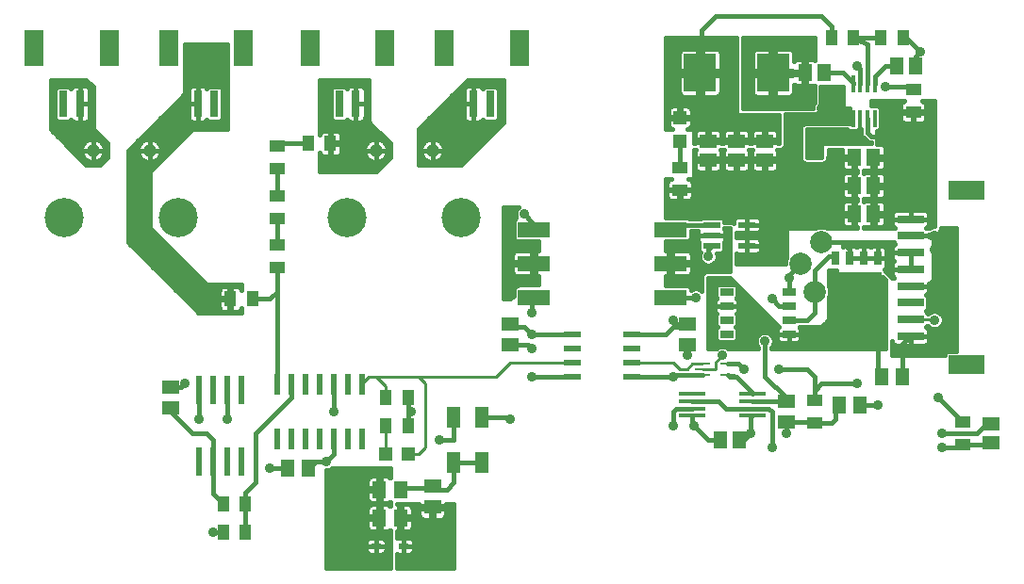
<source format=gtl>
G75*
%MOIN*%
%OFA0B0*%
%FSLAX25Y25*%
%IPPOS*%
%LPD*%
%AMOC8*
5,1,8,0,0,1.08239X$1,22.5*
%
%ADD10R,0.03150X0.09449*%
%ADD11R,0.07087X0.12992*%
%ADD12R,0.06102X0.02362*%
%ADD13R,0.05906X0.05118*%
%ADD14R,0.05000X0.02500*%
%ADD15R,0.02600X0.05000*%
%ADD16C,0.03500*%
%ADD17R,0.17600X0.16800*%
%ADD18C,0.07874*%
%ADD19R,0.05118X0.05906*%
%ADD20R,0.04331X0.05512*%
%ADD21R,0.05512X0.04331*%
%ADD22R,0.11220X0.13386*%
%ADD23R,0.01772X0.06102*%
%ADD24R,0.04724X0.04724*%
%ADD25R,0.11437X0.05500*%
%ADD26R,0.04724X0.07283*%
%ADD27R,0.03543X0.02362*%
%ADD28R,0.09449X0.03150*%
%ADD29R,0.12992X0.07087*%
%ADD30C,0.13843*%
%ADD31C,0.04724*%
%ADD32R,0.09646X0.01772*%
%ADD33R,0.05709X0.00984*%
%ADD34R,0.02200X0.07800*%
%ADD35R,0.02362X0.10039*%
%ADD36C,0.01600*%
%ADD37C,0.03543*%
%ADD38C,0.01000*%
D10*
X0054047Y0203500D03*
X0059953Y0203500D03*
X0101547Y0203500D03*
X0107453Y0203500D03*
X0151547Y0203500D03*
X0157453Y0203500D03*
X0199047Y0203500D03*
X0204953Y0203500D03*
D11*
X0215189Y0223382D03*
X0188811Y0223382D03*
X0167689Y0223382D03*
X0141311Y0223382D03*
X0117689Y0223382D03*
X0091311Y0223382D03*
X0070189Y0223382D03*
X0043811Y0223382D03*
D12*
X0233870Y0122000D03*
X0233870Y0117000D03*
X0233870Y0112000D03*
X0233870Y0107000D03*
X0255130Y0107000D03*
X0255130Y0112000D03*
X0255130Y0117000D03*
X0255130Y0122000D03*
X0283201Y0153260D03*
X0283201Y0157000D03*
X0283201Y0160740D03*
X0295799Y0160740D03*
X0295799Y0153260D03*
D13*
X0292000Y0183654D03*
X0302000Y0183654D03*
X0302000Y0190346D03*
X0292000Y0190346D03*
X0282000Y0190346D03*
X0282000Y0183654D03*
X0274500Y0125740D03*
X0274500Y0118260D03*
X0309500Y0098240D03*
X0309500Y0090760D03*
X0382000Y0090346D03*
X0382000Y0083654D03*
X0212000Y0118260D03*
X0212000Y0125740D03*
X0184500Y0068240D03*
X0184500Y0060760D03*
X0092000Y0095760D03*
X0092000Y0103240D03*
D14*
X0288500Y0122000D03*
X0288500Y0127000D03*
X0288500Y0132000D03*
X0288500Y0137000D03*
X0310500Y0137000D03*
X0310500Y0132000D03*
X0310500Y0127000D03*
X0310500Y0122000D03*
D15*
X0327000Y0125000D03*
X0332000Y0125000D03*
X0337000Y0125000D03*
X0342000Y0125000D03*
X0342000Y0149000D03*
X0337000Y0149000D03*
X0332000Y0149000D03*
X0327000Y0149000D03*
D16*
X0329500Y0142000D03*
X0334500Y0142000D03*
X0334500Y0137000D03*
X0329500Y0137000D03*
X0329500Y0132000D03*
X0334500Y0132000D03*
X0339500Y0132000D03*
X0339500Y0137000D03*
X0339500Y0142000D03*
D17*
X0334500Y0135700D03*
D18*
X0319500Y0137000D03*
X0314500Y0147000D03*
X0322000Y0154500D03*
D19*
X0333654Y0164500D03*
X0340346Y0164500D03*
X0340346Y0174500D03*
X0333654Y0174500D03*
X0333654Y0184500D03*
X0340346Y0184500D03*
X0322846Y0214500D03*
X0316154Y0214500D03*
X0348654Y0217000D03*
X0355346Y0217000D03*
X0350740Y0107000D03*
X0343260Y0107000D03*
X0335740Y0097000D03*
X0328260Y0097000D03*
X0292846Y0084500D03*
X0286154Y0084500D03*
X0173240Y0067000D03*
X0165760Y0067000D03*
X0165760Y0057000D03*
X0173240Y0057000D03*
X0140740Y0074500D03*
X0133260Y0074500D03*
D20*
X0118437Y0062000D03*
X0110563Y0062000D03*
X0110563Y0052000D03*
X0118437Y0052000D03*
X0168063Y0089500D03*
X0175937Y0089500D03*
X0175937Y0099500D03*
X0168063Y0099500D03*
X0120937Y0134500D03*
X0113063Y0134500D03*
X0140563Y0189500D03*
X0148437Y0189500D03*
X0325563Y0227000D03*
X0333437Y0227000D03*
X0343063Y0227000D03*
X0350937Y0227000D03*
D21*
X0354500Y0208437D03*
X0354500Y0200563D03*
X0272000Y0180937D03*
X0272000Y0173063D03*
X0319500Y0098437D03*
X0319500Y0090563D03*
X0372000Y0090937D03*
X0372000Y0083063D03*
X0129500Y0145563D03*
X0129500Y0153437D03*
X0129500Y0163063D03*
X0129500Y0170937D03*
X0129500Y0180563D03*
X0129500Y0188437D03*
D22*
X0279106Y0214500D03*
X0304894Y0214500D03*
D23*
X0333161Y0210602D03*
X0335720Y0210602D03*
X0338280Y0210602D03*
X0340839Y0210602D03*
X0340839Y0198398D03*
X0338280Y0198398D03*
X0335720Y0198398D03*
X0333161Y0198398D03*
D24*
X0272000Y0198634D03*
X0272000Y0190366D03*
X0176134Y0079500D03*
X0167866Y0079500D03*
D25*
X0220281Y0135000D03*
X0220281Y0147000D03*
X0220281Y0159000D03*
X0268719Y0159000D03*
X0268719Y0147000D03*
X0268719Y0135000D03*
D26*
X0202000Y0092472D03*
X0192000Y0092472D03*
X0192000Y0076528D03*
X0202000Y0076528D03*
D27*
X0174421Y0047000D03*
X0164579Y0047000D03*
D28*
X0353500Y0121331D03*
X0353500Y0127236D03*
X0353500Y0133142D03*
X0353500Y0139047D03*
X0353500Y0144953D03*
X0353500Y0150858D03*
X0353500Y0156764D03*
X0353500Y0162669D03*
D29*
X0373382Y0172906D03*
X0373382Y0111094D03*
D30*
X0194750Y0163400D03*
X0154250Y0163400D03*
X0094750Y0163400D03*
X0054250Y0163400D03*
D31*
X0064500Y0187000D03*
X0084500Y0187000D03*
X0164500Y0187000D03*
X0184500Y0187000D03*
D32*
X0276370Y0100839D03*
X0276370Y0098280D03*
X0276370Y0095720D03*
X0276370Y0093161D03*
X0297630Y0093161D03*
X0297630Y0095720D03*
X0297630Y0098280D03*
X0297630Y0100839D03*
D33*
X0289126Y0107531D03*
X0289126Y0111469D03*
X0279874Y0111469D03*
X0279874Y0109500D03*
X0279874Y0107531D03*
D34*
X0159500Y0104200D03*
X0154500Y0104200D03*
X0149500Y0104200D03*
X0144500Y0104200D03*
X0139500Y0104200D03*
X0134500Y0104200D03*
X0129500Y0104200D03*
X0129500Y0084800D03*
X0134500Y0084800D03*
X0139500Y0084800D03*
X0144500Y0084800D03*
X0149500Y0084800D03*
X0154500Y0084800D03*
X0159500Y0084800D03*
D35*
X0117000Y0076902D03*
X0112000Y0076902D03*
X0107000Y0076902D03*
X0102000Y0076902D03*
X0102000Y0102098D03*
X0107000Y0102098D03*
X0112000Y0102098D03*
X0117000Y0102098D03*
D36*
X0112000Y0102098D02*
X0112000Y0092000D01*
X0104500Y0087000D02*
X0107000Y0084500D01*
X0107000Y0076902D01*
X0107000Y0065563D01*
X0110563Y0062000D01*
X0118437Y0062000D02*
X0118437Y0065937D01*
X0122000Y0069500D01*
X0122000Y0087000D01*
X0134500Y0099500D01*
X0134500Y0104200D01*
X0129500Y0104200D02*
X0129500Y0137000D01*
X0127000Y0134500D01*
X0120937Y0134500D01*
X0117000Y0131401D02*
X0117000Y0129500D01*
X0102000Y0129500D01*
X0077000Y0154500D01*
X0077000Y0187000D01*
X0097000Y0207000D01*
X0097000Y0224500D01*
X0112000Y0224500D01*
X0112000Y0194500D01*
X0099500Y0194500D01*
X0084500Y0179500D01*
X0084500Y0159500D01*
X0104500Y0139500D01*
X0117000Y0139500D01*
X0117000Y0137599D01*
X0116906Y0137951D01*
X0116669Y0138361D01*
X0116334Y0138696D01*
X0115923Y0138933D01*
X0115465Y0139056D01*
X0113346Y0139056D01*
X0113346Y0134783D01*
X0112780Y0134783D01*
X0112780Y0139056D01*
X0110661Y0139056D01*
X0110203Y0138933D01*
X0109792Y0138696D01*
X0109457Y0138361D01*
X0109220Y0137951D01*
X0109098Y0137493D01*
X0109098Y0134783D01*
X0112780Y0134783D01*
X0112780Y0134217D01*
X0109098Y0134217D01*
X0109098Y0131507D01*
X0109220Y0131049D01*
X0109457Y0130639D01*
X0109792Y0130304D01*
X0110203Y0130067D01*
X0110661Y0129944D01*
X0112780Y0129944D01*
X0112780Y0134217D01*
X0113346Y0134217D01*
X0113346Y0129944D01*
X0115465Y0129944D01*
X0115923Y0130067D01*
X0116334Y0130304D01*
X0116669Y0130639D01*
X0116906Y0131049D01*
X0117000Y0131401D01*
X0117000Y0131312D02*
X0116976Y0131312D01*
X0117000Y0129714D02*
X0101786Y0129714D01*
X0100188Y0131312D02*
X0109150Y0131312D01*
X0109098Y0132911D02*
X0098589Y0132911D01*
X0096991Y0134509D02*
X0112780Y0134509D01*
X0112780Y0132911D02*
X0113346Y0132911D01*
X0113346Y0131312D02*
X0112780Y0131312D01*
X0112780Y0136108D02*
X0113346Y0136108D01*
X0113346Y0137706D02*
X0112780Y0137706D01*
X0109155Y0137706D02*
X0093794Y0137706D01*
X0095392Y0136108D02*
X0109098Y0136108D01*
X0103097Y0140903D02*
X0090597Y0140903D01*
X0092195Y0139305D02*
X0117000Y0139305D01*
X0116971Y0137706D02*
X0117000Y0137706D01*
X0129500Y0137000D02*
X0129500Y0139500D01*
X0129500Y0145563D01*
X0129500Y0153437D02*
X0129500Y0163063D01*
X0129500Y0170937D02*
X0129500Y0180563D01*
X0129500Y0188437D02*
X0130563Y0189500D01*
X0140563Y0189500D01*
X0144500Y0186401D02*
X0144594Y0186049D01*
X0144831Y0185639D01*
X0145166Y0185304D01*
X0145577Y0185067D01*
X0146035Y0184944D01*
X0148154Y0184944D01*
X0148154Y0189217D01*
X0148720Y0189217D01*
X0148720Y0189783D01*
X0148154Y0189783D01*
X0148154Y0194056D01*
X0146035Y0194056D01*
X0145577Y0193933D01*
X0145166Y0193696D01*
X0144831Y0193361D01*
X0144594Y0192951D01*
X0144500Y0192599D01*
X0144500Y0212000D01*
X0162000Y0212000D01*
X0162000Y0197000D01*
X0169500Y0189500D01*
X0169500Y0184500D01*
X0164500Y0179500D01*
X0144500Y0179500D01*
X0144500Y0186401D01*
X0144500Y0185662D02*
X0144818Y0185662D01*
X0144500Y0184063D02*
X0161551Y0184063D01*
X0161325Y0184288D02*
X0161788Y0183825D01*
X0162319Y0183440D01*
X0162902Y0183143D01*
X0163525Y0182940D01*
X0164172Y0182838D01*
X0164500Y0182838D01*
X0164828Y0182838D01*
X0165475Y0182940D01*
X0166098Y0183143D01*
X0166681Y0183440D01*
X0167211Y0183825D01*
X0167675Y0184288D01*
X0168060Y0184819D01*
X0168357Y0185402D01*
X0168560Y0186025D01*
X0168662Y0186672D01*
X0168662Y0187000D01*
X0168662Y0187328D01*
X0168560Y0187975D01*
X0168357Y0188598D01*
X0168060Y0189181D01*
X0167675Y0189711D01*
X0167211Y0190175D01*
X0166681Y0190560D01*
X0166098Y0190857D01*
X0165475Y0191060D01*
X0164828Y0191162D01*
X0164500Y0191162D01*
X0164500Y0187000D01*
X0168662Y0187000D01*
X0164500Y0187000D01*
X0164500Y0187000D01*
X0164500Y0187000D01*
X0164500Y0182838D01*
X0164500Y0187000D01*
X0164500Y0187000D01*
X0164500Y0187000D01*
X0160338Y0187000D01*
X0160338Y0187328D01*
X0160440Y0187975D01*
X0160643Y0188598D01*
X0160940Y0189181D01*
X0161325Y0189711D01*
X0161788Y0190175D01*
X0162319Y0190560D01*
X0162902Y0190857D01*
X0163525Y0191060D01*
X0164172Y0191162D01*
X0164500Y0191162D01*
X0164500Y0187000D01*
X0160338Y0187000D01*
X0160338Y0186672D01*
X0160440Y0186025D01*
X0160643Y0185402D01*
X0160940Y0184819D01*
X0161325Y0184288D01*
X0160558Y0185662D02*
X0152056Y0185662D01*
X0152043Y0185639D02*
X0152280Y0186049D01*
X0152402Y0186507D01*
X0152402Y0189217D01*
X0148720Y0189217D01*
X0148720Y0184944D01*
X0150839Y0184944D01*
X0151297Y0185067D01*
X0151708Y0185304D01*
X0152043Y0185639D01*
X0152402Y0187260D02*
X0160338Y0187260D01*
X0160776Y0188859D02*
X0152402Y0188859D01*
X0152402Y0189783D02*
X0148720Y0189783D01*
X0148720Y0194056D01*
X0150839Y0194056D01*
X0151297Y0193933D01*
X0151708Y0193696D01*
X0152043Y0193361D01*
X0152280Y0192951D01*
X0152402Y0192493D01*
X0152402Y0189783D01*
X0152402Y0190457D02*
X0162177Y0190457D01*
X0164500Y0190457D02*
X0164500Y0190457D01*
X0164500Y0188859D02*
X0164500Y0188859D01*
X0164500Y0187260D02*
X0164500Y0187260D01*
X0164500Y0185662D02*
X0164500Y0185662D01*
X0164500Y0184063D02*
X0164500Y0184063D01*
X0167449Y0184063D02*
X0169063Y0184063D01*
X0169500Y0185662D02*
X0168441Y0185662D01*
X0168662Y0187260D02*
X0169500Y0187260D01*
X0169500Y0188859D02*
X0168224Y0188859D01*
X0168543Y0190457D02*
X0166823Y0190457D01*
X0166944Y0192056D02*
X0152402Y0192056D01*
X0151750Y0193654D02*
X0165346Y0193654D01*
X0163747Y0195253D02*
X0144500Y0195253D01*
X0144500Y0196851D02*
X0162149Y0196851D01*
X0162000Y0198450D02*
X0160804Y0198450D01*
X0160828Y0198539D02*
X0160705Y0198081D01*
X0160468Y0197670D01*
X0160133Y0197335D01*
X0159722Y0197098D01*
X0159265Y0196976D01*
X0157453Y0196976D01*
X0157453Y0203500D01*
X0160828Y0203500D01*
X0160828Y0208461D01*
X0160705Y0208919D01*
X0160468Y0209330D01*
X0160133Y0209665D01*
X0159722Y0209902D01*
X0159265Y0210024D01*
X0157453Y0210024D01*
X0157453Y0203500D01*
X0157453Y0203500D01*
X0160828Y0203500D01*
X0160828Y0198539D01*
X0160828Y0200048D02*
X0162000Y0200048D01*
X0162000Y0201647D02*
X0160828Y0201647D01*
X0160828Y0203245D02*
X0162000Y0203245D01*
X0162000Y0204844D02*
X0160828Y0204844D01*
X0160828Y0206442D02*
X0162000Y0206442D01*
X0162000Y0208041D02*
X0160828Y0208041D01*
X0160158Y0209639D02*
X0162000Y0209639D01*
X0162000Y0211238D02*
X0144500Y0211238D01*
X0144500Y0209639D02*
X0154747Y0209639D01*
X0154773Y0209665D02*
X0154438Y0209330D01*
X0154276Y0209050D01*
X0153702Y0209624D01*
X0149393Y0209624D01*
X0148572Y0208804D01*
X0148572Y0198196D01*
X0149393Y0197376D01*
X0153702Y0197376D01*
X0154276Y0197950D01*
X0154438Y0197670D01*
X0154773Y0197335D01*
X0155183Y0197098D01*
X0155641Y0196976D01*
X0157453Y0196976D01*
X0157453Y0203500D01*
X0157453Y0203500D01*
X0157453Y0203500D01*
X0157453Y0210024D01*
X0155641Y0210024D01*
X0155183Y0209902D01*
X0154773Y0209665D01*
X0157453Y0209639D02*
X0157453Y0209639D01*
X0157453Y0208041D02*
X0157453Y0208041D01*
X0157453Y0206442D02*
X0157453Y0206442D01*
X0157453Y0204844D02*
X0157453Y0204844D01*
X0157453Y0203245D02*
X0157453Y0203245D01*
X0157453Y0201647D02*
X0157453Y0201647D01*
X0157453Y0200048D02*
X0157453Y0200048D01*
X0157453Y0198450D02*
X0157453Y0198450D01*
X0148572Y0198450D02*
X0144500Y0198450D01*
X0144500Y0200048D02*
X0148572Y0200048D01*
X0148572Y0201647D02*
X0144500Y0201647D01*
X0144500Y0203245D02*
X0148572Y0203245D01*
X0148572Y0204844D02*
X0144500Y0204844D01*
X0144500Y0206442D02*
X0148572Y0206442D01*
X0148572Y0208041D02*
X0144500Y0208041D01*
X0144500Y0193654D02*
X0145124Y0193654D01*
X0148154Y0193654D02*
X0148720Y0193654D01*
X0148720Y0192056D02*
X0148154Y0192056D01*
X0148154Y0190457D02*
X0148720Y0190457D01*
X0148720Y0188859D02*
X0148154Y0188859D01*
X0148154Y0187260D02*
X0148720Y0187260D01*
X0148720Y0185662D02*
X0148154Y0185662D01*
X0144500Y0182465D02*
X0167465Y0182465D01*
X0165866Y0180866D02*
X0144500Y0180866D01*
X0112000Y0195253D02*
X0085253Y0195253D01*
X0086851Y0196851D02*
X0112000Y0196851D01*
X0112000Y0198450D02*
X0110428Y0198450D01*
X0110428Y0198196D02*
X0110428Y0208804D01*
X0109607Y0209624D01*
X0105298Y0209624D01*
X0104724Y0209050D01*
X0104562Y0209330D01*
X0104227Y0209665D01*
X0103817Y0209902D01*
X0103359Y0210024D01*
X0101547Y0210024D01*
X0099735Y0210024D01*
X0099278Y0209902D01*
X0098867Y0209665D01*
X0098532Y0209330D01*
X0098295Y0208919D01*
X0098172Y0208461D01*
X0098172Y0203500D01*
X0098172Y0198539D01*
X0098295Y0198081D01*
X0098532Y0197670D01*
X0098867Y0197335D01*
X0099278Y0197098D01*
X0099735Y0196976D01*
X0101547Y0196976D01*
X0101547Y0203500D01*
X0101547Y0203500D01*
X0098172Y0203500D01*
X0101547Y0203500D01*
X0101547Y0210024D01*
X0101547Y0203500D01*
X0101547Y0203500D01*
X0101547Y0203500D01*
X0101547Y0196976D01*
X0103359Y0196976D01*
X0103817Y0197098D01*
X0104227Y0197335D01*
X0104562Y0197670D01*
X0104724Y0197950D01*
X0105298Y0197376D01*
X0109607Y0197376D01*
X0110428Y0198196D01*
X0110428Y0200048D02*
X0112000Y0200048D01*
X0112000Y0201647D02*
X0110428Y0201647D01*
X0110428Y0203245D02*
X0112000Y0203245D01*
X0112000Y0204844D02*
X0110428Y0204844D01*
X0110428Y0206442D02*
X0112000Y0206442D01*
X0112000Y0208041D02*
X0110428Y0208041D01*
X0112000Y0209639D02*
X0104253Y0209639D01*
X0101547Y0209639D02*
X0101547Y0209639D01*
X0101547Y0208041D02*
X0101547Y0208041D01*
X0101547Y0206442D02*
X0101547Y0206442D01*
X0101547Y0204844D02*
X0101547Y0204844D01*
X0101547Y0203245D02*
X0101547Y0203245D01*
X0101547Y0201647D02*
X0101547Y0201647D01*
X0101547Y0200048D02*
X0101547Y0200048D01*
X0101547Y0198450D02*
X0101547Y0198450D01*
X0098196Y0198450D02*
X0088450Y0198450D01*
X0090048Y0200048D02*
X0098172Y0200048D01*
X0098172Y0201647D02*
X0091647Y0201647D01*
X0093245Y0203245D02*
X0098172Y0203245D01*
X0098172Y0204844D02*
X0094844Y0204844D01*
X0096442Y0206442D02*
X0098172Y0206442D01*
X0098172Y0208041D02*
X0097000Y0208041D01*
X0097000Y0209639D02*
X0098842Y0209639D01*
X0097000Y0211238D02*
X0112000Y0211238D01*
X0112000Y0212836D02*
X0097000Y0212836D01*
X0097000Y0214435D02*
X0112000Y0214435D01*
X0112000Y0216033D02*
X0097000Y0216033D01*
X0097000Y0217632D02*
X0112000Y0217632D01*
X0112000Y0219230D02*
X0097000Y0219230D01*
X0097000Y0220829D02*
X0112000Y0220829D01*
X0112000Y0222427D02*
X0097000Y0222427D01*
X0097000Y0224026D02*
X0112000Y0224026D01*
X0064500Y0209500D02*
X0064500Y0194500D01*
X0069500Y0189500D01*
X0069500Y0184500D01*
X0067000Y0182000D01*
X0062000Y0182000D01*
X0049500Y0194500D01*
X0049500Y0212000D01*
X0062000Y0212000D01*
X0064500Y0209500D01*
X0064361Y0209639D02*
X0062658Y0209639D01*
X0062633Y0209665D02*
X0062222Y0209902D01*
X0061765Y0210024D01*
X0059953Y0210024D01*
X0059953Y0203500D01*
X0063328Y0203500D01*
X0063328Y0208461D01*
X0063205Y0208919D01*
X0062968Y0209330D01*
X0062633Y0209665D01*
X0062762Y0211238D02*
X0049500Y0211238D01*
X0049500Y0209639D02*
X0057247Y0209639D01*
X0057273Y0209665D02*
X0056938Y0209330D01*
X0056776Y0209050D01*
X0056202Y0209624D01*
X0051893Y0209624D01*
X0051072Y0208804D01*
X0051072Y0198196D01*
X0051893Y0197376D01*
X0056202Y0197376D01*
X0056776Y0197950D01*
X0056938Y0197670D01*
X0057273Y0197335D01*
X0057683Y0197098D01*
X0058141Y0196976D01*
X0059953Y0196976D01*
X0061765Y0196976D01*
X0062222Y0197098D01*
X0062633Y0197335D01*
X0062968Y0197670D01*
X0063205Y0198081D01*
X0063328Y0198539D01*
X0063328Y0203500D01*
X0059953Y0203500D01*
X0059953Y0203500D01*
X0059953Y0203500D01*
X0059953Y0196976D01*
X0059953Y0203500D01*
X0059953Y0203500D01*
X0059953Y0210024D01*
X0058141Y0210024D01*
X0057683Y0209902D01*
X0057273Y0209665D01*
X0059953Y0209639D02*
X0059953Y0209639D01*
X0059953Y0208041D02*
X0059953Y0208041D01*
X0059953Y0206442D02*
X0059953Y0206442D01*
X0059953Y0204844D02*
X0059953Y0204844D01*
X0059953Y0203245D02*
X0059953Y0203245D01*
X0059953Y0201647D02*
X0059953Y0201647D01*
X0059953Y0200048D02*
X0059953Y0200048D01*
X0059953Y0198450D02*
X0059953Y0198450D01*
X0063304Y0198450D02*
X0064500Y0198450D01*
X0064500Y0200048D02*
X0063328Y0200048D01*
X0063328Y0201647D02*
X0064500Y0201647D01*
X0064500Y0203245D02*
X0063328Y0203245D01*
X0063328Y0204844D02*
X0064500Y0204844D01*
X0064500Y0206442D02*
X0063328Y0206442D01*
X0063328Y0208041D02*
X0064500Y0208041D01*
X0051072Y0208041D02*
X0049500Y0208041D01*
X0049500Y0206442D02*
X0051072Y0206442D01*
X0051072Y0204844D02*
X0049500Y0204844D01*
X0049500Y0203245D02*
X0051072Y0203245D01*
X0051072Y0201647D02*
X0049500Y0201647D01*
X0049500Y0200048D02*
X0051072Y0200048D01*
X0051072Y0198450D02*
X0049500Y0198450D01*
X0049500Y0196851D02*
X0064500Y0196851D01*
X0064500Y0195253D02*
X0049500Y0195253D01*
X0050346Y0193654D02*
X0065346Y0193654D01*
X0066944Y0192056D02*
X0051944Y0192056D01*
X0053543Y0190457D02*
X0062177Y0190457D01*
X0062319Y0190560D02*
X0061788Y0190175D01*
X0061325Y0189711D01*
X0060940Y0189181D01*
X0060643Y0188598D01*
X0060440Y0187975D01*
X0060338Y0187328D01*
X0060338Y0187000D01*
X0064500Y0187000D01*
X0068662Y0187000D01*
X0068662Y0187328D01*
X0068560Y0187975D01*
X0068357Y0188598D01*
X0068060Y0189181D01*
X0067675Y0189711D01*
X0067211Y0190175D01*
X0066681Y0190560D01*
X0066098Y0190857D01*
X0065475Y0191060D01*
X0064828Y0191162D01*
X0064500Y0191162D01*
X0064500Y0187000D01*
X0064500Y0187000D01*
X0064500Y0187000D01*
X0068662Y0187000D01*
X0068662Y0186672D01*
X0068560Y0186025D01*
X0068357Y0185402D01*
X0068060Y0184819D01*
X0067675Y0184288D01*
X0067211Y0183825D01*
X0066681Y0183440D01*
X0066098Y0183143D01*
X0065475Y0182940D01*
X0064828Y0182838D01*
X0064500Y0182838D01*
X0064500Y0187000D01*
X0064500Y0187000D01*
X0064500Y0187000D01*
X0064500Y0191162D01*
X0064172Y0191162D01*
X0063525Y0191060D01*
X0062902Y0190857D01*
X0062319Y0190560D01*
X0064500Y0190457D02*
X0064500Y0190457D01*
X0064500Y0188859D02*
X0064500Y0188859D01*
X0064500Y0187260D02*
X0064500Y0187260D01*
X0064500Y0187000D02*
X0060338Y0187000D01*
X0060338Y0186672D01*
X0060440Y0186025D01*
X0060643Y0185402D01*
X0060940Y0184819D01*
X0061325Y0184288D01*
X0061788Y0183825D01*
X0062319Y0183440D01*
X0062902Y0183143D01*
X0063525Y0182940D01*
X0064172Y0182838D01*
X0064500Y0182838D01*
X0064500Y0187000D01*
X0064500Y0185662D02*
X0064500Y0185662D01*
X0064500Y0184063D02*
X0064500Y0184063D01*
X0067449Y0184063D02*
X0069063Y0184063D01*
X0069500Y0185662D02*
X0068441Y0185662D01*
X0068662Y0187260D02*
X0069500Y0187260D01*
X0069500Y0188859D02*
X0068224Y0188859D01*
X0068543Y0190457D02*
X0066823Y0190457D01*
X0060776Y0188859D02*
X0055141Y0188859D01*
X0056740Y0187260D02*
X0060338Y0187260D01*
X0060558Y0185662D02*
X0058338Y0185662D01*
X0059937Y0184063D02*
X0061551Y0184063D01*
X0061535Y0182465D02*
X0067465Y0182465D01*
X0077000Y0182465D02*
X0087465Y0182465D01*
X0086681Y0183440D02*
X0087211Y0183825D01*
X0087675Y0184288D01*
X0088060Y0184819D01*
X0088357Y0185402D01*
X0088560Y0186025D01*
X0088662Y0186672D01*
X0088662Y0187000D01*
X0088662Y0187328D01*
X0088560Y0187975D01*
X0088357Y0188598D01*
X0088060Y0189181D01*
X0087675Y0189711D01*
X0087211Y0190175D01*
X0086681Y0190560D01*
X0086098Y0190857D01*
X0085475Y0191060D01*
X0084828Y0191162D01*
X0084500Y0191162D01*
X0084500Y0187000D01*
X0088662Y0187000D01*
X0084500Y0187000D01*
X0084500Y0187000D01*
X0084500Y0187000D01*
X0084500Y0182838D01*
X0084828Y0182838D01*
X0085475Y0182940D01*
X0086098Y0183143D01*
X0086681Y0183440D01*
X0087449Y0184063D02*
X0089063Y0184063D01*
X0088441Y0185662D02*
X0090662Y0185662D01*
X0092260Y0187260D02*
X0088662Y0187260D01*
X0088224Y0188859D02*
X0093859Y0188859D01*
X0095457Y0190457D02*
X0086823Y0190457D01*
X0084500Y0190457D02*
X0084500Y0190457D01*
X0084500Y0191162D02*
X0084172Y0191162D01*
X0083525Y0191060D01*
X0082902Y0190857D01*
X0082319Y0190560D01*
X0081788Y0190175D01*
X0081325Y0189711D01*
X0080940Y0189181D01*
X0080643Y0188598D01*
X0080440Y0187975D01*
X0080338Y0187328D01*
X0080338Y0187000D01*
X0084500Y0187000D01*
X0084500Y0187000D01*
X0084500Y0187000D01*
X0084500Y0191162D01*
X0084500Y0188859D02*
X0084500Y0188859D01*
X0084500Y0187260D02*
X0084500Y0187260D01*
X0084500Y0187000D02*
X0080338Y0187000D01*
X0080338Y0186672D01*
X0080440Y0186025D01*
X0080643Y0185402D01*
X0080940Y0184819D01*
X0081325Y0184288D01*
X0081788Y0183825D01*
X0082319Y0183440D01*
X0082902Y0183143D01*
X0083525Y0182940D01*
X0084172Y0182838D01*
X0084500Y0182838D01*
X0084500Y0187000D01*
X0084500Y0185662D02*
X0084500Y0185662D01*
X0084500Y0184063D02*
X0084500Y0184063D01*
X0081551Y0184063D02*
X0077000Y0184063D01*
X0077000Y0185662D02*
X0080558Y0185662D01*
X0080338Y0187260D02*
X0077260Y0187260D01*
X0078859Y0188859D02*
X0080776Y0188859D01*
X0080457Y0190457D02*
X0082177Y0190457D01*
X0082056Y0192056D02*
X0097056Y0192056D01*
X0098654Y0193654D02*
X0083654Y0193654D01*
X0085866Y0180866D02*
X0077000Y0180866D01*
X0077000Y0179268D02*
X0084500Y0179268D01*
X0084500Y0177669D02*
X0077000Y0177669D01*
X0077000Y0176070D02*
X0084500Y0176070D01*
X0084500Y0174472D02*
X0077000Y0174472D01*
X0077000Y0172873D02*
X0084500Y0172873D01*
X0084500Y0171275D02*
X0077000Y0171275D01*
X0077000Y0169676D02*
X0084500Y0169676D01*
X0084500Y0168078D02*
X0077000Y0168078D01*
X0077000Y0166479D02*
X0084500Y0166479D01*
X0084500Y0164881D02*
X0077000Y0164881D01*
X0077000Y0163282D02*
X0084500Y0163282D01*
X0084500Y0161684D02*
X0077000Y0161684D01*
X0077000Y0160085D02*
X0084500Y0160085D01*
X0085513Y0158487D02*
X0077000Y0158487D01*
X0077000Y0156888D02*
X0087112Y0156888D01*
X0088710Y0155290D02*
X0077000Y0155290D01*
X0077809Y0153691D02*
X0090309Y0153691D01*
X0091907Y0152093D02*
X0079407Y0152093D01*
X0081006Y0150494D02*
X0093506Y0150494D01*
X0095104Y0148896D02*
X0082604Y0148896D01*
X0084203Y0147297D02*
X0096703Y0147297D01*
X0098301Y0145699D02*
X0085801Y0145699D01*
X0087400Y0144100D02*
X0099900Y0144100D01*
X0101498Y0142502D02*
X0088998Y0142502D01*
X0097000Y0104500D02*
X0095740Y0103240D01*
X0092000Y0103240D01*
X0102000Y0102098D02*
X0102000Y0092000D01*
X0099500Y0087000D02*
X0104500Y0087000D01*
X0099500Y0087000D02*
X0092000Y0094500D01*
X0092000Y0095760D01*
X0127000Y0074500D02*
X0133260Y0074500D01*
X0140740Y0074500D02*
X0143240Y0077000D01*
X0147000Y0077000D01*
X0149500Y0079500D01*
X0149500Y0084800D01*
X0149500Y0094500D02*
X0149500Y0104200D01*
X0175937Y0099500D02*
X0175937Y0089500D01*
X0175937Y0093437D01*
X0177000Y0094500D01*
X0187000Y0084500D02*
X0192000Y0084500D01*
X0192000Y0092472D01*
X0202000Y0092472D02*
X0211528Y0092472D01*
X0212000Y0092000D01*
X0202000Y0076528D02*
X0192000Y0076528D01*
X0192000Y0069500D01*
X0189500Y0067000D01*
X0185740Y0067000D01*
X0184500Y0068240D01*
X0182728Y0068240D01*
X0182000Y0067512D01*
X0173752Y0067512D01*
X0173240Y0067000D01*
X0166239Y0067480D02*
X0165280Y0067480D01*
X0165280Y0071753D01*
X0162964Y0071753D01*
X0162506Y0071630D01*
X0162096Y0071393D01*
X0161760Y0071058D01*
X0161523Y0070648D01*
X0161401Y0070190D01*
X0161401Y0067480D01*
X0165280Y0067480D01*
X0165280Y0066520D01*
X0166239Y0066520D01*
X0166239Y0062247D01*
X0168556Y0062247D01*
X0169014Y0062370D01*
X0169424Y0062607D01*
X0169500Y0062683D01*
X0169500Y0061317D01*
X0169424Y0061393D01*
X0169014Y0061630D01*
X0168556Y0061753D01*
X0166239Y0061753D01*
X0166239Y0057480D01*
X0165280Y0057480D01*
X0165280Y0061753D01*
X0162964Y0061753D01*
X0162506Y0061630D01*
X0162096Y0061393D01*
X0161760Y0061058D01*
X0161523Y0060648D01*
X0161401Y0060190D01*
X0161401Y0057480D01*
X0165280Y0057480D01*
X0165280Y0056520D01*
X0166239Y0056520D01*
X0166239Y0052247D01*
X0168556Y0052247D01*
X0169014Y0052370D01*
X0169424Y0052607D01*
X0169500Y0052683D01*
X0169500Y0039300D01*
X0147000Y0039300D01*
X0147000Y0073828D01*
X0147631Y0073828D01*
X0148797Y0074311D01*
X0148985Y0074500D01*
X0169500Y0074500D01*
X0169500Y0071317D01*
X0169424Y0071393D01*
X0169014Y0071630D01*
X0168556Y0071753D01*
X0166239Y0071753D01*
X0166239Y0067480D01*
X0165280Y0067372D02*
X0147000Y0067372D01*
X0147000Y0068970D02*
X0161401Y0068970D01*
X0161502Y0070569D02*
X0147000Y0070569D01*
X0147000Y0072167D02*
X0169500Y0072167D01*
X0169500Y0073766D02*
X0147000Y0073766D01*
X0147000Y0065773D02*
X0161401Y0065773D01*
X0161401Y0066520D02*
X0161401Y0063810D01*
X0161523Y0063352D01*
X0161760Y0062942D01*
X0162096Y0062607D01*
X0162506Y0062370D01*
X0162964Y0062247D01*
X0165280Y0062247D01*
X0165280Y0066520D01*
X0161401Y0066520D01*
X0161401Y0064175D02*
X0147000Y0064175D01*
X0147000Y0062576D02*
X0162149Y0062576D01*
X0161714Y0060978D02*
X0147000Y0060978D01*
X0147000Y0059379D02*
X0161401Y0059379D01*
X0161401Y0057781D02*
X0147000Y0057781D01*
X0147000Y0056182D02*
X0161401Y0056182D01*
X0161401Y0056520D02*
X0161401Y0053810D01*
X0161523Y0053352D01*
X0161760Y0052942D01*
X0162096Y0052607D01*
X0162506Y0052370D01*
X0162964Y0052247D01*
X0165280Y0052247D01*
X0165280Y0056520D01*
X0161401Y0056520D01*
X0161401Y0054584D02*
X0147000Y0054584D01*
X0147000Y0052985D02*
X0161736Y0052985D01*
X0162570Y0049981D02*
X0162112Y0049858D01*
X0161702Y0049621D01*
X0161367Y0049286D01*
X0161130Y0048876D01*
X0161007Y0048418D01*
X0161007Y0047000D01*
X0164579Y0047000D01*
X0168150Y0047000D01*
X0168150Y0048418D01*
X0168028Y0048876D01*
X0167791Y0049286D01*
X0167456Y0049621D01*
X0167045Y0049858D01*
X0166587Y0049981D01*
X0164579Y0049981D01*
X0164579Y0047000D01*
X0164579Y0047000D01*
X0168150Y0047000D01*
X0168150Y0045582D01*
X0168028Y0045124D01*
X0167791Y0044714D01*
X0167456Y0044379D01*
X0167045Y0044142D01*
X0166587Y0044019D01*
X0164579Y0044019D01*
X0164579Y0047000D01*
X0164579Y0047000D01*
X0164579Y0047000D01*
X0164579Y0049981D01*
X0162570Y0049981D01*
X0161990Y0049788D02*
X0147000Y0049788D01*
X0147000Y0048190D02*
X0161007Y0048190D01*
X0161007Y0047000D02*
X0161007Y0045582D01*
X0161130Y0045124D01*
X0161367Y0044714D01*
X0161702Y0044379D01*
X0162112Y0044142D01*
X0162570Y0044019D01*
X0164579Y0044019D01*
X0164579Y0047000D01*
X0161007Y0047000D01*
X0161007Y0046591D02*
X0147000Y0046591D01*
X0147000Y0044993D02*
X0161206Y0044993D01*
X0164579Y0044993D02*
X0164579Y0044993D01*
X0164579Y0046591D02*
X0164579Y0046591D01*
X0164579Y0047000D02*
X0164579Y0047000D01*
X0164579Y0048190D02*
X0164579Y0048190D01*
X0164579Y0049788D02*
X0164579Y0049788D01*
X0167167Y0049788D02*
X0169500Y0049788D01*
X0169500Y0048190D02*
X0168150Y0048190D01*
X0168150Y0046591D02*
X0169500Y0046591D01*
X0169500Y0044993D02*
X0167952Y0044993D01*
X0169500Y0043394D02*
X0147000Y0043394D01*
X0147000Y0041796D02*
X0169500Y0041796D01*
X0169500Y0040197D02*
X0147000Y0040197D01*
X0147000Y0051387D02*
X0169500Y0051387D01*
X0172000Y0051387D02*
X0192000Y0051387D01*
X0192000Y0052985D02*
X0177264Y0052985D01*
X0177240Y0052942D02*
X0177477Y0053352D01*
X0177599Y0053810D01*
X0177599Y0056520D01*
X0173720Y0056520D01*
X0173720Y0052247D01*
X0176036Y0052247D01*
X0176494Y0052370D01*
X0176904Y0052607D01*
X0177240Y0052942D01*
X0177599Y0054584D02*
X0192000Y0054584D01*
X0192000Y0056182D02*
X0177599Y0056182D01*
X0177599Y0057480D02*
X0177599Y0060190D01*
X0177477Y0060648D01*
X0177240Y0061058D01*
X0176904Y0061393D01*
X0176494Y0061630D01*
X0176036Y0061753D01*
X0173720Y0061753D01*
X0173720Y0057480D01*
X0172761Y0057480D01*
X0172761Y0061753D01*
X0172000Y0061753D01*
X0172000Y0062000D01*
X0179747Y0062000D01*
X0179747Y0061239D01*
X0184020Y0061239D01*
X0184020Y0060280D01*
X0179747Y0060280D01*
X0179747Y0057964D01*
X0179870Y0057506D01*
X0180107Y0057096D01*
X0180442Y0056760D01*
X0180852Y0056523D01*
X0181310Y0056401D01*
X0184020Y0056401D01*
X0184020Y0060280D01*
X0184980Y0060280D01*
X0184980Y0061239D01*
X0189253Y0061239D01*
X0189253Y0062000D01*
X0192000Y0062000D01*
X0192000Y0039300D01*
X0172000Y0039300D01*
X0172000Y0044129D01*
X0172413Y0044019D01*
X0174421Y0044019D01*
X0174421Y0047000D01*
X0174421Y0049981D01*
X0172413Y0049981D01*
X0172000Y0049871D01*
X0172000Y0052247D01*
X0172761Y0052247D01*
X0172761Y0056520D01*
X0173720Y0056520D01*
X0173720Y0057480D01*
X0177599Y0057480D01*
X0177599Y0057781D02*
X0179796Y0057781D01*
X0179747Y0059379D02*
X0177599Y0059379D01*
X0177286Y0060978D02*
X0184020Y0060978D01*
X0184980Y0060978D02*
X0192000Y0060978D01*
X0192000Y0059379D02*
X0189253Y0059379D01*
X0189253Y0060280D02*
X0184980Y0060280D01*
X0184980Y0056401D01*
X0187690Y0056401D01*
X0188148Y0056523D01*
X0188558Y0056760D01*
X0188893Y0057096D01*
X0189130Y0057506D01*
X0189253Y0057964D01*
X0189253Y0060280D01*
X0189204Y0057781D02*
X0192000Y0057781D01*
X0184980Y0057781D02*
X0184020Y0057781D01*
X0184020Y0059379D02*
X0184980Y0059379D01*
X0173720Y0059379D02*
X0172761Y0059379D01*
X0172761Y0057781D02*
X0173720Y0057781D01*
X0173720Y0056182D02*
X0172761Y0056182D01*
X0172761Y0054584D02*
X0173720Y0054584D01*
X0173720Y0052985D02*
X0172761Y0052985D01*
X0174421Y0049981D02*
X0174421Y0047000D01*
X0174421Y0047000D01*
X0174421Y0047000D01*
X0174421Y0044019D01*
X0176430Y0044019D01*
X0176888Y0044142D01*
X0177298Y0044379D01*
X0177633Y0044714D01*
X0177870Y0045124D01*
X0177993Y0045582D01*
X0177993Y0047000D01*
X0177993Y0048418D01*
X0177870Y0048876D01*
X0177633Y0049286D01*
X0177298Y0049621D01*
X0176888Y0049858D01*
X0176430Y0049981D01*
X0174421Y0049981D01*
X0174421Y0049788D02*
X0174421Y0049788D01*
X0174421Y0048190D02*
X0174421Y0048190D01*
X0174421Y0047000D02*
X0177993Y0047000D01*
X0174421Y0047000D01*
X0174421Y0047000D01*
X0174421Y0046591D02*
X0174421Y0046591D01*
X0174421Y0044993D02*
X0174421Y0044993D01*
X0172000Y0043394D02*
X0192000Y0043394D01*
X0192000Y0041796D02*
X0172000Y0041796D01*
X0172000Y0040197D02*
X0192000Y0040197D01*
X0192000Y0044993D02*
X0177794Y0044993D01*
X0177993Y0046591D02*
X0192000Y0046591D01*
X0192000Y0048190D02*
X0177993Y0048190D01*
X0177010Y0049788D02*
X0192000Y0049788D01*
X0173720Y0060978D02*
X0172761Y0060978D01*
X0169500Y0062576D02*
X0169371Y0062576D01*
X0166239Y0062576D02*
X0165280Y0062576D01*
X0165280Y0060978D02*
X0166239Y0060978D01*
X0166239Y0059379D02*
X0165280Y0059379D01*
X0165280Y0057781D02*
X0166239Y0057781D01*
X0166239Y0056182D02*
X0165280Y0056182D01*
X0165280Y0054584D02*
X0166239Y0054584D01*
X0166239Y0052985D02*
X0165280Y0052985D01*
X0165280Y0064175D02*
X0166239Y0064175D01*
X0166239Y0065773D02*
X0165280Y0065773D01*
X0165280Y0068970D02*
X0166239Y0068970D01*
X0166239Y0070569D02*
X0165280Y0070569D01*
X0118437Y0062000D02*
X0118437Y0052000D01*
X0110563Y0052000D02*
X0107000Y0052000D01*
X0212000Y0118260D02*
X0218240Y0118260D01*
X0219500Y0117000D01*
X0219500Y0122000D02*
X0217000Y0124500D01*
X0213240Y0124500D01*
X0212000Y0125740D01*
X0219500Y0122000D02*
X0233870Y0122000D01*
X0219500Y0129500D02*
X0219500Y0134219D01*
X0220281Y0135000D01*
X0213163Y0135663D02*
X0213163Y0138330D01*
X0213983Y0139150D01*
X0214500Y0139150D01*
X0214500Y0139500D01*
X0222000Y0139500D01*
X0222000Y0142450D01*
X0220856Y0142450D01*
X0220856Y0146425D01*
X0219706Y0146425D01*
X0212763Y0146425D01*
X0212763Y0144013D01*
X0212886Y0143555D01*
X0213123Y0143145D01*
X0213458Y0142810D01*
X0213868Y0142573D01*
X0214326Y0142450D01*
X0219706Y0142450D01*
X0219706Y0146425D01*
X0219706Y0147575D01*
X0212763Y0147575D01*
X0212763Y0149987D01*
X0212886Y0150445D01*
X0213123Y0150855D01*
X0213458Y0151190D01*
X0213868Y0151427D01*
X0214326Y0151550D01*
X0219706Y0151550D01*
X0219706Y0147575D01*
X0220856Y0147575D01*
X0220856Y0151550D01*
X0222000Y0151550D01*
X0222000Y0154850D01*
X0213983Y0154850D01*
X0213163Y0155670D01*
X0213163Y0162330D01*
X0213983Y0163150D01*
X0214126Y0163150D01*
X0213828Y0163869D01*
X0213828Y0165131D01*
X0214311Y0166297D01*
X0215015Y0167000D01*
X0209500Y0167000D01*
X0209500Y0134500D01*
X0212000Y0134500D01*
X0213163Y0135663D01*
X0213163Y0136108D02*
X0209500Y0136108D01*
X0209500Y0137706D02*
X0213163Y0137706D01*
X0214500Y0139305D02*
X0209500Y0139305D01*
X0209500Y0140903D02*
X0222000Y0140903D01*
X0220856Y0142502D02*
X0219706Y0142502D01*
X0219706Y0144100D02*
X0220856Y0144100D01*
X0220856Y0145699D02*
X0219706Y0145699D01*
X0219706Y0147297D02*
X0209500Y0147297D01*
X0209500Y0145699D02*
X0212763Y0145699D01*
X0212763Y0144100D02*
X0209500Y0144100D01*
X0209500Y0142502D02*
X0214133Y0142502D01*
X0212763Y0148896D02*
X0209500Y0148896D01*
X0209500Y0150494D02*
X0212914Y0150494D01*
X0209500Y0152093D02*
X0222000Y0152093D01*
X0222000Y0153691D02*
X0209500Y0153691D01*
X0209500Y0155290D02*
X0213543Y0155290D01*
X0213163Y0156888D02*
X0209500Y0156888D01*
X0209500Y0158487D02*
X0213163Y0158487D01*
X0213163Y0160085D02*
X0209500Y0160085D01*
X0209500Y0161684D02*
X0213163Y0161684D01*
X0214071Y0163282D02*
X0209500Y0163282D01*
X0209500Y0164881D02*
X0213828Y0164881D01*
X0214494Y0166479D02*
X0209500Y0166479D01*
X0217000Y0164500D02*
X0219781Y0161719D01*
X0219781Y0159500D01*
X0220281Y0159000D01*
X0219706Y0150494D02*
X0220856Y0150494D01*
X0220856Y0148896D02*
X0219706Y0148896D01*
X0212009Y0134509D02*
X0209500Y0134509D01*
X0219500Y0107000D02*
X0233870Y0107000D01*
X0255130Y0107000D02*
X0269500Y0107000D01*
X0270031Y0107531D01*
X0279874Y0107531D01*
X0289126Y0107531D02*
X0289657Y0107000D01*
X0292000Y0107000D01*
X0297630Y0101370D01*
X0297630Y0100839D01*
X0297630Y0098280D02*
X0309461Y0098280D01*
X0309500Y0098240D01*
X0309500Y0099500D01*
X0302000Y0107000D01*
X0302000Y0119500D01*
X0299736Y0121721D02*
X0292400Y0121721D01*
X0292400Y0120170D02*
X0292400Y0123830D01*
X0291730Y0124500D01*
X0292400Y0125170D01*
X0292400Y0128830D01*
X0291988Y0129242D01*
X0292105Y0129310D01*
X0292440Y0129645D01*
X0292677Y0130055D01*
X0292800Y0130513D01*
X0292800Y0132000D01*
X0292800Y0133487D01*
X0292677Y0133945D01*
X0292440Y0134355D01*
X0292105Y0134690D01*
X0291988Y0134758D01*
X0292400Y0135170D01*
X0292400Y0138830D01*
X0291580Y0139650D01*
X0285420Y0139650D01*
X0284600Y0138830D01*
X0284600Y0135170D01*
X0285012Y0134758D01*
X0284895Y0134690D01*
X0284560Y0134355D01*
X0284323Y0133945D01*
X0284200Y0133487D01*
X0284200Y0132000D01*
X0288500Y0132000D01*
X0292800Y0132000D01*
X0288500Y0132000D01*
X0288500Y0132000D01*
X0288500Y0132000D01*
X0284200Y0132000D01*
X0284200Y0130513D01*
X0284323Y0130055D01*
X0284560Y0129645D01*
X0284895Y0129310D01*
X0285012Y0129242D01*
X0284600Y0128830D01*
X0284600Y0125170D01*
X0285270Y0124500D01*
X0284600Y0123830D01*
X0284600Y0120170D01*
X0285420Y0119350D01*
X0291580Y0119350D01*
X0292400Y0120170D01*
X0292352Y0120123D02*
X0298828Y0120123D01*
X0298828Y0120131D02*
X0298828Y0118869D01*
X0299311Y0117703D01*
X0299800Y0117215D01*
X0299800Y0117000D01*
X0288985Y0117000D01*
X0288797Y0117189D01*
X0287631Y0117672D01*
X0286369Y0117672D01*
X0285203Y0117189D01*
X0285015Y0117000D01*
X0282000Y0117000D01*
X0282000Y0142000D01*
X0289500Y0142000D01*
X0306852Y0124648D01*
X0306560Y0124355D01*
X0306323Y0123945D01*
X0306200Y0123487D01*
X0306200Y0122000D01*
X0310500Y0122000D01*
X0314800Y0122000D01*
X0314800Y0123487D01*
X0314677Y0123945D01*
X0314440Y0124355D01*
X0314296Y0124500D01*
X0317000Y0124500D01*
X0322000Y0124500D01*
X0324500Y0127000D01*
X0324500Y0135125D01*
X0324837Y0135938D01*
X0324837Y0138062D01*
X0324500Y0138875D01*
X0324500Y0144500D01*
X0327300Y0144500D01*
X0327300Y0143589D01*
X0328589Y0142300D01*
X0343589Y0142300D01*
X0344500Y0141389D01*
X0344500Y0117000D01*
X0317000Y0117000D01*
X0317000Y0124500D01*
X0317000Y0117000D01*
X0304200Y0117000D01*
X0304200Y0117215D01*
X0304689Y0117703D01*
X0305172Y0118869D01*
X0305172Y0120131D01*
X0304689Y0121297D01*
X0303797Y0122189D01*
X0302631Y0122672D01*
X0301369Y0122672D01*
X0300203Y0122189D01*
X0299311Y0121297D01*
X0298828Y0120131D01*
X0298971Y0118524D02*
X0282000Y0118524D01*
X0282000Y0120123D02*
X0284648Y0120123D01*
X0284600Y0121721D02*
X0282000Y0121721D01*
X0282000Y0123320D02*
X0284600Y0123320D01*
X0284852Y0124918D02*
X0282000Y0124918D01*
X0282000Y0126517D02*
X0284600Y0126517D01*
X0284600Y0128115D02*
X0282000Y0128115D01*
X0282000Y0129714D02*
X0284520Y0129714D01*
X0284200Y0131312D02*
X0282000Y0131312D01*
X0282000Y0132911D02*
X0284200Y0132911D01*
X0284714Y0134509D02*
X0282000Y0134509D01*
X0282000Y0136108D02*
X0284600Y0136108D01*
X0284600Y0137706D02*
X0282000Y0137706D01*
X0282000Y0139305D02*
X0285075Y0139305D01*
X0282000Y0140903D02*
X0290597Y0140903D01*
X0291925Y0139305D02*
X0292195Y0139305D01*
X0292400Y0137706D02*
X0293794Y0137706D01*
X0292400Y0136108D02*
X0295392Y0136108D01*
X0296991Y0134509D02*
X0292286Y0134509D01*
X0292800Y0132911D02*
X0298589Y0132911D01*
X0300188Y0131312D02*
X0292800Y0131312D01*
X0292480Y0129714D02*
X0301786Y0129714D01*
X0303385Y0128115D02*
X0292400Y0128115D01*
X0292400Y0126517D02*
X0304983Y0126517D01*
X0306582Y0124918D02*
X0292148Y0124918D01*
X0292400Y0123320D02*
X0306200Y0123320D01*
X0306200Y0122000D02*
X0306200Y0120513D01*
X0306323Y0120055D01*
X0306560Y0119645D01*
X0306895Y0119310D01*
X0307305Y0119073D01*
X0307763Y0118950D01*
X0310500Y0118950D01*
X0313237Y0118950D01*
X0313695Y0119073D01*
X0314105Y0119310D01*
X0314440Y0119645D01*
X0314677Y0120055D01*
X0314800Y0120513D01*
X0314800Y0122000D01*
X0310500Y0122000D01*
X0310500Y0122000D01*
X0310500Y0122000D01*
X0310500Y0118950D01*
X0310500Y0122000D01*
X0310500Y0122000D01*
X0306200Y0122000D01*
X0306200Y0121721D02*
X0304264Y0121721D01*
X0305172Y0120123D02*
X0306305Y0120123D01*
X0305029Y0118524D02*
X0317000Y0118524D01*
X0344500Y0118524D01*
X0344500Y0120123D02*
X0317000Y0120123D01*
X0314695Y0120123D01*
X0314800Y0121721D02*
X0317000Y0121721D01*
X0344500Y0121721D01*
X0344500Y0123320D02*
X0317000Y0123320D01*
X0314800Y0123320D01*
X0310500Y0121721D02*
X0310500Y0121721D01*
X0310500Y0120123D02*
X0310500Y0120123D01*
X0310500Y0127000D02*
X0317000Y0127000D01*
X0319500Y0129500D01*
X0319500Y0137000D01*
X0319500Y0144500D01*
X0324500Y0149500D01*
X0326500Y0149500D01*
X0327000Y0149000D01*
X0329500Y0152846D02*
X0329500Y0154500D01*
X0322000Y0154500D01*
X0320125Y0159500D02*
X0300650Y0159500D01*
X0300650Y0160740D01*
X0300650Y0159322D01*
X0300528Y0158864D01*
X0300291Y0158454D01*
X0299956Y0158119D01*
X0299545Y0157882D01*
X0299087Y0157759D01*
X0295799Y0157759D01*
X0295799Y0160740D01*
X0295799Y0160740D01*
X0295799Y0157759D01*
X0292511Y0157759D01*
X0292053Y0157882D01*
X0292000Y0157912D01*
X0292000Y0156088D01*
X0292053Y0156118D01*
X0292511Y0156241D01*
X0295799Y0156241D01*
X0295799Y0153260D01*
X0295799Y0153260D01*
X0295799Y0156241D01*
X0299087Y0156241D01*
X0299545Y0156118D01*
X0299956Y0155881D01*
X0300291Y0155546D01*
X0300528Y0155136D01*
X0300650Y0154678D01*
X0300650Y0153260D01*
X0295799Y0153260D01*
X0295799Y0153260D01*
X0295799Y0150279D01*
X0292511Y0150279D01*
X0292053Y0150401D01*
X0292000Y0150432D01*
X0292000Y0147000D01*
X0309163Y0147000D01*
X0309163Y0148062D01*
X0309500Y0148875D01*
X0309500Y0164500D01*
X0292000Y0164500D01*
X0292000Y0163568D01*
X0292053Y0163599D01*
X0292511Y0163721D01*
X0295799Y0163721D01*
X0295799Y0160740D01*
X0295799Y0160740D01*
X0295799Y0163721D01*
X0292511Y0163721D01*
X0292053Y0163599D01*
X0291643Y0163362D01*
X0291308Y0163026D01*
X0291071Y0162616D01*
X0290948Y0162158D01*
X0290948Y0161163D01*
X0290411Y0161700D01*
X0287652Y0161700D01*
X0287652Y0162501D01*
X0286832Y0163321D01*
X0279570Y0163321D01*
X0279189Y0162940D01*
X0275227Y0162940D01*
X0275017Y0163150D01*
X0267000Y0163150D01*
X0267000Y0177000D01*
X0268901Y0177000D01*
X0268549Y0176906D01*
X0268139Y0176669D01*
X0267804Y0176334D01*
X0267567Y0175923D01*
X0267444Y0175465D01*
X0267444Y0173346D01*
X0271717Y0173346D01*
X0271717Y0172780D01*
X0272283Y0172780D01*
X0272283Y0173346D01*
X0276556Y0173346D01*
X0276556Y0175465D01*
X0276433Y0175923D01*
X0276196Y0176334D01*
X0275861Y0176669D01*
X0275451Y0176906D01*
X0275099Y0177000D01*
X0277000Y0177000D01*
X0277000Y0187300D01*
X0277597Y0187300D01*
X0277370Y0186907D01*
X0277247Y0186450D01*
X0277247Y0184133D01*
X0281520Y0184133D01*
X0281520Y0183174D01*
X0277247Y0183174D01*
X0277247Y0180858D01*
X0277370Y0180400D01*
X0277607Y0179989D01*
X0277942Y0179654D01*
X0278352Y0179417D01*
X0278810Y0179294D01*
X0281520Y0179294D01*
X0281520Y0183174D01*
X0282480Y0183174D01*
X0282480Y0184133D01*
X0286753Y0184133D01*
X0286753Y0186450D01*
X0286630Y0186907D01*
X0286403Y0187300D01*
X0287597Y0187300D01*
X0287370Y0186907D01*
X0287247Y0186450D01*
X0287247Y0184133D01*
X0291520Y0184133D01*
X0291520Y0183174D01*
X0287247Y0183174D01*
X0287247Y0180858D01*
X0287370Y0180400D01*
X0287607Y0179989D01*
X0287942Y0179654D01*
X0288352Y0179417D01*
X0288810Y0179294D01*
X0291520Y0179294D01*
X0291520Y0183174D01*
X0292480Y0183174D01*
X0292480Y0184133D01*
X0296753Y0184133D01*
X0296753Y0186450D01*
X0296630Y0186907D01*
X0296403Y0187300D01*
X0297597Y0187300D01*
X0297370Y0186907D01*
X0297247Y0186450D01*
X0297247Y0184133D01*
X0301520Y0184133D01*
X0301520Y0183174D01*
X0297247Y0183174D01*
X0297247Y0180858D01*
X0297370Y0180400D01*
X0297607Y0179989D01*
X0297942Y0179654D01*
X0298352Y0179417D01*
X0298810Y0179294D01*
X0301520Y0179294D01*
X0301520Y0183174D01*
X0302480Y0183174D01*
X0302480Y0184133D01*
X0306753Y0184133D01*
X0306753Y0186450D01*
X0306630Y0186907D01*
X0306403Y0187300D01*
X0307911Y0187300D01*
X0309200Y0188589D01*
X0309200Y0199800D01*
X0320411Y0199800D01*
X0321700Y0201089D01*
X0321700Y0209500D01*
X0329500Y0209500D01*
X0329500Y0202000D01*
X0332000Y0202000D01*
X0332000Y0196700D01*
X0316089Y0196700D01*
X0314800Y0195411D01*
X0314800Y0183589D01*
X0316089Y0182300D01*
X0322911Y0182300D01*
X0324200Y0183589D01*
X0324200Y0184500D01*
X0324500Y0184500D01*
X0324500Y0187300D01*
X0329294Y0187300D01*
X0329294Y0184980D01*
X0333174Y0184980D01*
X0333174Y0184020D01*
X0334133Y0184020D01*
X0334133Y0179747D01*
X0334800Y0179747D01*
X0334800Y0179253D01*
X0334133Y0179253D01*
X0334133Y0174980D01*
X0333174Y0174980D01*
X0333174Y0179253D01*
X0330858Y0179253D01*
X0330400Y0179130D01*
X0329989Y0178893D01*
X0329654Y0178558D01*
X0329417Y0178148D01*
X0329294Y0177690D01*
X0329294Y0174980D01*
X0333174Y0174980D01*
X0333174Y0174020D01*
X0334133Y0174020D01*
X0334133Y0169747D01*
X0334800Y0169747D01*
X0334800Y0169253D01*
X0334133Y0169253D01*
X0334133Y0164980D01*
X0333174Y0164980D01*
X0333174Y0169253D01*
X0330858Y0169253D01*
X0330400Y0169130D01*
X0329989Y0168893D01*
X0329654Y0168558D01*
X0329417Y0168148D01*
X0329294Y0167690D01*
X0329294Y0164980D01*
X0333174Y0164980D01*
X0333174Y0164020D01*
X0334133Y0164020D01*
X0334133Y0159747D01*
X0334800Y0159747D01*
X0334800Y0159500D01*
X0323875Y0159500D01*
X0323062Y0159837D01*
X0320938Y0159837D01*
X0320125Y0159500D01*
X0329294Y0161310D02*
X0329294Y0164020D01*
X0333174Y0164020D01*
X0333174Y0159747D01*
X0330858Y0159747D01*
X0330400Y0159870D01*
X0329989Y0160107D01*
X0329654Y0160442D01*
X0329417Y0160852D01*
X0329294Y0161310D01*
X0329294Y0161684D02*
X0300650Y0161684D01*
X0309500Y0161684D01*
X0309500Y0163282D02*
X0300035Y0163282D01*
X0329294Y0163282D01*
X0329294Y0166479D02*
X0267000Y0166479D01*
X0267000Y0164881D02*
X0333174Y0164881D01*
X0333174Y0166479D02*
X0334133Y0166479D01*
X0334133Y0168078D02*
X0333174Y0168078D01*
X0333174Y0169747D02*
X0333174Y0174020D01*
X0329294Y0174020D01*
X0329294Y0171310D01*
X0329417Y0170852D01*
X0329654Y0170442D01*
X0329989Y0170107D01*
X0330400Y0169870D01*
X0330858Y0169747D01*
X0333174Y0169747D01*
X0333174Y0171275D02*
X0334133Y0171275D01*
X0334133Y0172873D02*
X0333174Y0172873D01*
X0333174Y0174472D02*
X0276556Y0174472D01*
X0276348Y0176070D02*
X0329294Y0176070D01*
X0329294Y0177669D02*
X0277000Y0177669D01*
X0277000Y0179268D02*
X0334800Y0179268D01*
X0333174Y0179747D02*
X0333174Y0184020D01*
X0329294Y0184020D01*
X0329294Y0181310D01*
X0329417Y0180852D01*
X0329654Y0180442D01*
X0329989Y0180107D01*
X0330400Y0179870D01*
X0330858Y0179747D01*
X0333174Y0179747D01*
X0333174Y0180866D02*
X0334133Y0180866D01*
X0334133Y0182465D02*
X0333174Y0182465D01*
X0333174Y0184063D02*
X0324200Y0184063D01*
X0324500Y0185662D02*
X0329294Y0185662D01*
X0329294Y0187260D02*
X0324500Y0187260D01*
X0322000Y0187260D02*
X0317000Y0187260D01*
X0317000Y0185662D02*
X0322000Y0185662D01*
X0322000Y0184500D02*
X0317000Y0184500D01*
X0317000Y0194500D01*
X0331142Y0194500D01*
X0331696Y0193946D01*
X0334627Y0193946D01*
X0335181Y0194500D01*
X0336080Y0194500D01*
X0336080Y0192309D01*
X0337300Y0191089D01*
X0338589Y0189800D01*
X0339500Y0189800D01*
X0339500Y0189500D01*
X0322000Y0189500D01*
X0322000Y0184500D01*
X0323076Y0182465D02*
X0329294Y0182465D01*
X0329414Y0180866D02*
X0306753Y0180866D01*
X0306753Y0180858D02*
X0306753Y0183174D01*
X0302480Y0183174D01*
X0302480Y0179294D01*
X0305190Y0179294D01*
X0305648Y0179417D01*
X0306058Y0179654D01*
X0306393Y0179989D01*
X0306630Y0180400D01*
X0306753Y0180858D01*
X0306753Y0182465D02*
X0315924Y0182465D01*
X0314800Y0184063D02*
X0302480Y0184063D01*
X0301520Y0184063D02*
X0292480Y0184063D01*
X0292480Y0183174D02*
X0296753Y0183174D01*
X0296753Y0180858D01*
X0296630Y0180400D01*
X0296393Y0179989D01*
X0296058Y0179654D01*
X0295648Y0179417D01*
X0295190Y0179294D01*
X0292480Y0179294D01*
X0292480Y0183174D01*
X0292480Y0182465D02*
X0291520Y0182465D01*
X0291520Y0184063D02*
X0282480Y0184063D01*
X0282480Y0183174D02*
X0286753Y0183174D01*
X0286753Y0180858D01*
X0286630Y0180400D01*
X0286393Y0179989D01*
X0286058Y0179654D01*
X0285648Y0179417D01*
X0285190Y0179294D01*
X0282480Y0179294D01*
X0282480Y0183174D01*
X0282480Y0182465D02*
X0281520Y0182465D01*
X0281520Y0184063D02*
X0277000Y0184063D01*
X0277000Y0182465D02*
X0277247Y0182465D01*
X0277247Y0180866D02*
X0277000Y0180866D01*
X0281520Y0180866D02*
X0282480Y0180866D01*
X0286753Y0180866D02*
X0287247Y0180866D01*
X0287247Y0182465D02*
X0286753Y0182465D01*
X0286753Y0185662D02*
X0287247Y0185662D01*
X0287574Y0187260D02*
X0286426Y0187260D01*
X0286753Y0189500D02*
X0286753Y0189867D01*
X0282480Y0189867D01*
X0282480Y0190826D01*
X0286753Y0190826D01*
X0286753Y0193142D01*
X0286630Y0193600D01*
X0286393Y0194011D01*
X0286058Y0194346D01*
X0285648Y0194583D01*
X0285190Y0194705D01*
X0282480Y0194705D01*
X0282480Y0190826D01*
X0281520Y0190826D01*
X0281520Y0189867D01*
X0277247Y0189867D01*
X0277247Y0189500D01*
X0277000Y0189500D01*
X0277000Y0194500D01*
X0274705Y0194500D01*
X0275057Y0194594D01*
X0275467Y0194831D01*
X0275803Y0195166D01*
X0276040Y0195577D01*
X0276162Y0196035D01*
X0276162Y0198253D01*
X0272381Y0198253D01*
X0272381Y0199015D01*
X0271619Y0199015D01*
X0271619Y0202796D01*
X0269401Y0202796D01*
X0268943Y0202673D01*
X0268533Y0202436D01*
X0268197Y0202101D01*
X0267960Y0201691D01*
X0267838Y0201233D01*
X0267838Y0199015D01*
X0271619Y0199015D01*
X0271619Y0198253D01*
X0267838Y0198253D01*
X0267838Y0196035D01*
X0267960Y0195577D01*
X0268197Y0195166D01*
X0268533Y0194831D01*
X0268943Y0194594D01*
X0269295Y0194500D01*
X0267000Y0194500D01*
X0267000Y0227000D01*
X0292000Y0227000D01*
X0292000Y0199500D01*
X0307000Y0199500D01*
X0307000Y0189500D01*
X0306753Y0189500D01*
X0306753Y0189867D01*
X0302480Y0189867D01*
X0302480Y0190826D01*
X0306753Y0190826D01*
X0306753Y0193142D01*
X0306630Y0193600D01*
X0306393Y0194011D01*
X0306058Y0194346D01*
X0305648Y0194583D01*
X0305190Y0194705D01*
X0302480Y0194705D01*
X0302480Y0190826D01*
X0301520Y0190826D01*
X0301520Y0189867D01*
X0297247Y0189867D01*
X0297247Y0189500D01*
X0296753Y0189500D01*
X0296753Y0189867D01*
X0292480Y0189867D01*
X0292480Y0190826D01*
X0296753Y0190826D01*
X0296753Y0193142D01*
X0296630Y0193600D01*
X0296393Y0194011D01*
X0296058Y0194346D01*
X0295648Y0194583D01*
X0295190Y0194705D01*
X0292480Y0194705D01*
X0292480Y0190826D01*
X0291520Y0190826D01*
X0291520Y0189867D01*
X0287247Y0189867D01*
X0287247Y0189500D01*
X0286753Y0189500D01*
X0287247Y0190826D02*
X0291520Y0190826D01*
X0291520Y0194705D01*
X0288810Y0194705D01*
X0288352Y0194583D01*
X0287942Y0194346D01*
X0287607Y0194011D01*
X0287370Y0193600D01*
X0287247Y0193142D01*
X0287247Y0190826D01*
X0287247Y0192056D02*
X0286753Y0192056D01*
X0286599Y0193654D02*
X0287401Y0193654D01*
X0291520Y0193654D02*
X0292480Y0193654D01*
X0292480Y0192056D02*
X0291520Y0192056D01*
X0291520Y0190457D02*
X0282480Y0190457D01*
X0281520Y0190457D02*
X0277000Y0190457D01*
X0277247Y0190826D02*
X0281520Y0190826D01*
X0281520Y0194705D01*
X0278810Y0194705D01*
X0278352Y0194583D01*
X0277942Y0194346D01*
X0277607Y0194011D01*
X0277370Y0193600D01*
X0277247Y0193142D01*
X0277247Y0190826D01*
X0277247Y0192056D02*
X0277000Y0192056D01*
X0277000Y0193654D02*
X0277401Y0193654D01*
X0275852Y0195253D02*
X0307000Y0195253D01*
X0307000Y0196851D02*
X0276162Y0196851D01*
X0276162Y0199015D02*
X0272381Y0199015D01*
X0272381Y0202796D01*
X0274599Y0202796D01*
X0275057Y0202673D01*
X0275467Y0202436D01*
X0275803Y0202101D01*
X0276040Y0201691D01*
X0276162Y0201233D01*
X0276162Y0199015D01*
X0276162Y0200048D02*
X0292000Y0200048D01*
X0292000Y0201647D02*
X0276051Y0201647D01*
X0272381Y0201647D02*
X0271619Y0201647D01*
X0271619Y0200048D02*
X0272381Y0200048D01*
X0272381Y0198450D02*
X0307000Y0198450D01*
X0309200Y0198450D02*
X0332000Y0198450D01*
X0332000Y0200048D02*
X0320659Y0200048D01*
X0321700Y0201647D02*
X0332000Y0201647D01*
X0329500Y0203245D02*
X0321700Y0203245D01*
X0321700Y0204844D02*
X0329500Y0204844D01*
X0329500Y0206442D02*
X0321700Y0206442D01*
X0321700Y0208041D02*
X0329500Y0208041D01*
X0333161Y0210602D02*
X0333161Y0210839D01*
X0329500Y0214500D01*
X0322846Y0214500D01*
X0316633Y0214980D02*
X0315674Y0214980D01*
X0315674Y0219253D01*
X0313358Y0219253D01*
X0312900Y0219130D01*
X0312489Y0218893D01*
X0312304Y0218708D01*
X0312304Y0221430D01*
X0312181Y0221888D01*
X0311944Y0222298D01*
X0311609Y0222633D01*
X0311199Y0222870D01*
X0310741Y0222993D01*
X0305694Y0222993D01*
X0305694Y0215300D01*
X0311794Y0215300D01*
X0311794Y0214980D01*
X0315674Y0214980D01*
X0315674Y0214020D01*
X0316633Y0214020D01*
X0316633Y0209747D01*
X0318950Y0209747D01*
X0319407Y0209870D01*
X0319500Y0209923D01*
X0319500Y0203985D01*
X0319311Y0203797D01*
X0318828Y0202631D01*
X0318828Y0202000D01*
X0294200Y0202000D01*
X0294200Y0227000D01*
X0319500Y0227000D01*
X0319500Y0219077D01*
X0319407Y0219130D01*
X0318950Y0219253D01*
X0316633Y0219253D01*
X0316633Y0214980D01*
X0316633Y0216033D02*
X0315674Y0216033D01*
X0315674Y0214435D02*
X0305694Y0214435D01*
X0305694Y0213700D02*
X0305694Y0215300D01*
X0304094Y0215300D01*
X0304094Y0222993D01*
X0299046Y0222993D01*
X0298589Y0222870D01*
X0298178Y0222633D01*
X0297843Y0222298D01*
X0297606Y0221888D01*
X0297483Y0221430D01*
X0297483Y0215300D01*
X0304094Y0215300D01*
X0304094Y0213700D01*
X0305694Y0213700D01*
X0311794Y0213700D01*
X0311794Y0214020D01*
X0315674Y0214020D01*
X0315674Y0209747D01*
X0313358Y0209747D01*
X0312900Y0209870D01*
X0312489Y0210107D01*
X0312304Y0210292D01*
X0312304Y0207570D01*
X0312181Y0207112D01*
X0311944Y0206702D01*
X0311609Y0206367D01*
X0311199Y0206130D01*
X0310741Y0206007D01*
X0305694Y0206007D01*
X0305694Y0213700D01*
X0305694Y0212836D02*
X0304094Y0212836D01*
X0304094Y0213700D02*
X0304094Y0206007D01*
X0299046Y0206007D01*
X0298589Y0206130D01*
X0298178Y0206367D01*
X0297843Y0206702D01*
X0297606Y0207112D01*
X0297483Y0207570D01*
X0297483Y0213700D01*
X0304094Y0213700D01*
X0304094Y0214435D02*
X0294200Y0214435D01*
X0294200Y0216033D02*
X0297483Y0216033D01*
X0297483Y0217632D02*
X0294200Y0217632D01*
X0294200Y0219230D02*
X0297483Y0219230D01*
X0297483Y0220829D02*
X0294200Y0220829D01*
X0294200Y0222427D02*
X0297972Y0222427D01*
X0294200Y0224026D02*
X0319500Y0224026D01*
X0319500Y0225624D02*
X0294200Y0225624D01*
X0292000Y0225624D02*
X0267000Y0225624D01*
X0267000Y0224026D02*
X0292000Y0224026D01*
X0292000Y0222427D02*
X0286028Y0222427D01*
X0286157Y0222298D02*
X0285822Y0222633D01*
X0285411Y0222870D01*
X0284954Y0222993D01*
X0279906Y0222993D01*
X0279906Y0215300D01*
X0278306Y0215300D01*
X0278306Y0213700D01*
X0271696Y0213700D01*
X0271696Y0207570D01*
X0271819Y0207112D01*
X0272056Y0206702D01*
X0272391Y0206367D01*
X0272801Y0206130D01*
X0273259Y0206007D01*
X0278306Y0206007D01*
X0278306Y0213700D01*
X0279906Y0213700D01*
X0279906Y0206007D01*
X0284954Y0206007D01*
X0285411Y0206130D01*
X0285822Y0206367D01*
X0286157Y0206702D01*
X0286394Y0207112D01*
X0286517Y0207570D01*
X0286517Y0213700D01*
X0279906Y0213700D01*
X0279906Y0215300D01*
X0286517Y0215300D01*
X0286517Y0221430D01*
X0286394Y0221888D01*
X0286157Y0222298D01*
X0286517Y0220829D02*
X0292000Y0220829D01*
X0292000Y0219230D02*
X0286517Y0219230D01*
X0286517Y0217632D02*
X0292000Y0217632D01*
X0292000Y0216033D02*
X0286517Y0216033D01*
X0286517Y0212836D02*
X0292000Y0212836D01*
X0292000Y0211238D02*
X0286517Y0211238D01*
X0286517Y0209639D02*
X0292000Y0209639D01*
X0292000Y0208041D02*
X0286517Y0208041D01*
X0285897Y0206442D02*
X0292000Y0206442D01*
X0292000Y0204844D02*
X0267000Y0204844D01*
X0267000Y0206442D02*
X0272315Y0206442D01*
X0271696Y0208041D02*
X0267000Y0208041D01*
X0267000Y0209639D02*
X0271696Y0209639D01*
X0271696Y0211238D02*
X0267000Y0211238D01*
X0267000Y0212836D02*
X0271696Y0212836D01*
X0271696Y0215300D02*
X0278306Y0215300D01*
X0278306Y0222993D01*
X0273259Y0222993D01*
X0272801Y0222870D01*
X0272391Y0222633D01*
X0272056Y0222298D01*
X0271819Y0221888D01*
X0271696Y0221430D01*
X0271696Y0215300D01*
X0271696Y0216033D02*
X0267000Y0216033D01*
X0267000Y0214435D02*
X0278306Y0214435D01*
X0279106Y0214500D02*
X0279500Y0214894D01*
X0279500Y0229500D01*
X0284500Y0234500D01*
X0322000Y0234500D01*
X0325563Y0230937D01*
X0325563Y0227000D01*
X0319500Y0222427D02*
X0311815Y0222427D01*
X0312304Y0220829D02*
X0319500Y0220829D01*
X0319500Y0219230D02*
X0319033Y0219230D01*
X0316633Y0219230D02*
X0315674Y0219230D01*
X0315674Y0217632D02*
X0316633Y0217632D01*
X0313274Y0219230D02*
X0312304Y0219230D01*
X0305694Y0219230D02*
X0304094Y0219230D01*
X0304094Y0217632D02*
X0305694Y0217632D01*
X0305694Y0216033D02*
X0304094Y0216033D01*
X0304094Y0211238D02*
X0305694Y0211238D01*
X0305694Y0209639D02*
X0304094Y0209639D01*
X0304094Y0208041D02*
X0305694Y0208041D01*
X0305694Y0206442D02*
X0304094Y0206442D01*
X0298103Y0206442D02*
X0294200Y0206442D01*
X0294200Y0204844D02*
X0319500Y0204844D01*
X0319500Y0206442D02*
X0311685Y0206442D01*
X0312304Y0208041D02*
X0319500Y0208041D01*
X0319500Y0209639D02*
X0312304Y0209639D01*
X0315674Y0211238D02*
X0316633Y0211238D01*
X0316633Y0212836D02*
X0315674Y0212836D01*
X0305694Y0220829D02*
X0304094Y0220829D01*
X0304094Y0222427D02*
X0305694Y0222427D01*
X0292000Y0214435D02*
X0279906Y0214435D01*
X0279906Y0216033D02*
X0278306Y0216033D01*
X0278306Y0217632D02*
X0279906Y0217632D01*
X0279906Y0219230D02*
X0278306Y0219230D01*
X0278306Y0220829D02*
X0279906Y0220829D01*
X0279906Y0222427D02*
X0278306Y0222427D01*
X0272185Y0222427D02*
X0267000Y0222427D01*
X0267000Y0220829D02*
X0271696Y0220829D01*
X0271696Y0219230D02*
X0267000Y0219230D01*
X0267000Y0217632D02*
X0271696Y0217632D01*
X0278306Y0212836D02*
X0279906Y0212836D01*
X0279906Y0211238D02*
X0278306Y0211238D01*
X0278306Y0209639D02*
X0279906Y0209639D01*
X0279906Y0208041D02*
X0278306Y0208041D01*
X0278306Y0206442D02*
X0279906Y0206442D01*
X0271619Y0198450D02*
X0267000Y0198450D01*
X0267000Y0200048D02*
X0267838Y0200048D01*
X0267949Y0201647D02*
X0267000Y0201647D01*
X0267000Y0203245D02*
X0292000Y0203245D01*
X0294200Y0203245D02*
X0319083Y0203245D01*
X0314800Y0195253D02*
X0309200Y0195253D01*
X0309200Y0196851D02*
X0332000Y0196851D01*
X0336080Y0193654D02*
X0317000Y0193654D01*
X0317000Y0192056D02*
X0336333Y0192056D01*
X0337932Y0190457D02*
X0317000Y0190457D01*
X0317000Y0188859D02*
X0322000Y0188859D01*
X0314800Y0188859D02*
X0309200Y0188859D01*
X0309200Y0190457D02*
X0314800Y0190457D01*
X0314800Y0192056D02*
X0309200Y0192056D01*
X0309200Y0193654D02*
X0314800Y0193654D01*
X0314800Y0187260D02*
X0306426Y0187260D01*
X0306753Y0185662D02*
X0314800Y0185662D01*
X0307000Y0190457D02*
X0302480Y0190457D01*
X0301520Y0190457D02*
X0292480Y0190457D01*
X0296753Y0192056D02*
X0297247Y0192056D01*
X0297247Y0193142D02*
X0297247Y0190826D01*
X0301520Y0190826D01*
X0301520Y0194705D01*
X0298810Y0194705D01*
X0298352Y0194583D01*
X0297942Y0194346D01*
X0297607Y0194011D01*
X0297370Y0193600D01*
X0297247Y0193142D01*
X0297401Y0193654D02*
X0296599Y0193654D01*
X0301520Y0193654D02*
X0302480Y0193654D01*
X0302480Y0192056D02*
X0301520Y0192056D01*
X0306753Y0192056D02*
X0307000Y0192056D01*
X0307000Y0193654D02*
X0306599Y0193654D01*
X0297574Y0187260D02*
X0296426Y0187260D01*
X0296753Y0185662D02*
X0297247Y0185662D01*
X0297247Y0182465D02*
X0296753Y0182465D01*
X0296753Y0180866D02*
X0297247Y0180866D01*
X0301520Y0180866D02*
X0302480Y0180866D01*
X0302480Y0182465D02*
X0301520Y0182465D01*
X0292480Y0180866D02*
X0291520Y0180866D01*
X0277247Y0185662D02*
X0277000Y0185662D01*
X0277000Y0187260D02*
X0277574Y0187260D01*
X0272000Y0190366D02*
X0272000Y0180937D01*
X0267652Y0176070D02*
X0267000Y0176070D01*
X0267000Y0174472D02*
X0267444Y0174472D01*
X0267000Y0172873D02*
X0271717Y0172873D01*
X0271717Y0172780D02*
X0267444Y0172780D01*
X0267444Y0170661D01*
X0267567Y0170203D01*
X0267804Y0169792D01*
X0268139Y0169457D01*
X0268549Y0169220D01*
X0269007Y0169098D01*
X0271717Y0169098D01*
X0271717Y0172780D01*
X0272283Y0172780D02*
X0272283Y0169098D01*
X0274993Y0169098D01*
X0275451Y0169220D01*
X0275861Y0169457D01*
X0276196Y0169792D01*
X0276433Y0170203D01*
X0276556Y0170661D01*
X0276556Y0172780D01*
X0272283Y0172780D01*
X0272283Y0172873D02*
X0329294Y0172873D01*
X0329304Y0171275D02*
X0276556Y0171275D01*
X0276080Y0169676D02*
X0334800Y0169676D01*
X0337000Y0169676D02*
X0362000Y0169676D01*
X0362000Y0168078D02*
X0344601Y0168078D01*
X0344583Y0168148D02*
X0344346Y0168558D01*
X0344011Y0168893D01*
X0343600Y0169130D01*
X0343142Y0169253D01*
X0340826Y0169253D01*
X0340826Y0164980D01*
X0339867Y0164980D01*
X0339867Y0169253D01*
X0337550Y0169253D01*
X0337093Y0169130D01*
X0337000Y0169077D01*
X0337000Y0169923D01*
X0337093Y0169870D01*
X0337550Y0169747D01*
X0339867Y0169747D01*
X0339867Y0174020D01*
X0340826Y0174020D01*
X0340826Y0169747D01*
X0343142Y0169747D01*
X0343600Y0169870D01*
X0344011Y0170107D01*
X0344346Y0170442D01*
X0344583Y0170852D01*
X0344705Y0171310D01*
X0344705Y0174020D01*
X0340826Y0174020D01*
X0340826Y0174980D01*
X0339867Y0174980D01*
X0339867Y0179253D01*
X0337550Y0179253D01*
X0337093Y0179130D01*
X0337000Y0179077D01*
X0337000Y0179923D01*
X0337093Y0179870D01*
X0337550Y0179747D01*
X0339867Y0179747D01*
X0339867Y0184020D01*
X0340826Y0184020D01*
X0340826Y0179747D01*
X0343142Y0179747D01*
X0343600Y0179870D01*
X0344011Y0180107D01*
X0344346Y0180442D01*
X0344583Y0180852D01*
X0344705Y0181310D01*
X0344705Y0184020D01*
X0340826Y0184020D01*
X0340826Y0184980D01*
X0344705Y0184980D01*
X0344705Y0187690D01*
X0344583Y0188148D01*
X0344346Y0188558D01*
X0344011Y0188893D01*
X0343600Y0189130D01*
X0343142Y0189253D01*
X0341700Y0189253D01*
X0341700Y0193946D01*
X0342304Y0193946D01*
X0343124Y0194767D01*
X0343124Y0202029D01*
X0342304Y0202849D01*
X0339500Y0202849D01*
X0339500Y0204500D01*
X0351401Y0204500D01*
X0351049Y0204406D01*
X0350639Y0204169D01*
X0350304Y0203834D01*
X0350067Y0203423D01*
X0349944Y0202965D01*
X0349944Y0200846D01*
X0354217Y0200846D01*
X0354217Y0200280D01*
X0354783Y0200280D01*
X0354783Y0200846D01*
X0359056Y0200846D01*
X0359056Y0202965D01*
X0358933Y0203423D01*
X0358696Y0203834D01*
X0358361Y0204169D01*
X0357951Y0204406D01*
X0357599Y0204500D01*
X0362000Y0204500D01*
X0362000Y0160172D01*
X0361369Y0160172D01*
X0360203Y0159689D01*
X0360015Y0159500D01*
X0359063Y0159500D01*
X0359330Y0159654D01*
X0359665Y0159989D01*
X0359902Y0160400D01*
X0360024Y0160858D01*
X0360024Y0162669D01*
X0353500Y0162669D01*
X0353500Y0162669D01*
X0346976Y0162669D01*
X0346976Y0160858D01*
X0347098Y0160400D01*
X0347335Y0159989D01*
X0347670Y0159654D01*
X0347937Y0159500D01*
X0337000Y0159500D01*
X0337000Y0159923D01*
X0337093Y0159870D01*
X0337550Y0159747D01*
X0339867Y0159747D01*
X0339867Y0164020D01*
X0340826Y0164020D01*
X0340826Y0159747D01*
X0343142Y0159747D01*
X0343600Y0159870D01*
X0344011Y0160107D01*
X0344346Y0160442D01*
X0344583Y0160852D01*
X0344705Y0161310D01*
X0344705Y0164020D01*
X0340826Y0164020D01*
X0340826Y0164980D01*
X0344705Y0164980D01*
X0344705Y0167690D01*
X0344583Y0168148D01*
X0344705Y0166479D02*
X0362000Y0166479D01*
X0362000Y0164881D02*
X0359917Y0164881D01*
X0359902Y0164939D02*
X0359665Y0165349D01*
X0359330Y0165684D01*
X0358919Y0165921D01*
X0358461Y0166044D01*
X0353500Y0166044D01*
X0353500Y0162669D01*
X0353500Y0162669D01*
X0360024Y0162669D01*
X0360024Y0164481D01*
X0359902Y0164939D01*
X0360024Y0163282D02*
X0362000Y0163282D01*
X0362000Y0161684D02*
X0360024Y0161684D01*
X0359720Y0160085D02*
X0361161Y0160085D01*
X0360024Y0157300D02*
X0362911Y0157300D01*
X0364200Y0158589D01*
X0364200Y0159500D01*
X0369500Y0159500D01*
X0369500Y0116038D01*
X0366306Y0116038D01*
X0365486Y0115218D01*
X0365486Y0114500D01*
X0347000Y0114500D01*
X0347000Y0119428D01*
X0347098Y0119061D01*
X0347335Y0118651D01*
X0347670Y0118316D01*
X0348081Y0118079D01*
X0348539Y0117956D01*
X0353500Y0117956D01*
X0358461Y0117956D01*
X0358919Y0118079D01*
X0359330Y0118316D01*
X0359665Y0118651D01*
X0359902Y0119061D01*
X0360024Y0119519D01*
X0360024Y0121331D01*
X0360024Y0123142D01*
X0359902Y0123600D01*
X0359665Y0124011D01*
X0359330Y0124346D01*
X0359050Y0124507D01*
X0359529Y0124986D01*
X0360203Y0124311D01*
X0361369Y0123828D01*
X0362631Y0123828D01*
X0363797Y0124311D01*
X0364689Y0125203D01*
X0365172Y0126369D01*
X0365172Y0127631D01*
X0364689Y0128797D01*
X0363797Y0129689D01*
X0362631Y0130172D01*
X0361369Y0130172D01*
X0360203Y0129689D01*
X0359651Y0129136D01*
X0359624Y0129136D01*
X0359624Y0129391D01*
X0358826Y0130189D01*
X0359624Y0130987D01*
X0359624Y0135296D01*
X0359050Y0135871D01*
X0359330Y0136032D01*
X0359665Y0136367D01*
X0359902Y0136778D01*
X0360024Y0137235D01*
X0360024Y0139047D01*
X0353500Y0139047D01*
X0353500Y0139047D01*
X0360024Y0139047D01*
X0360024Y0139800D01*
X0360411Y0139800D01*
X0361700Y0141089D01*
X0361700Y0155411D01*
X0360411Y0156700D01*
X0360024Y0156700D01*
X0360024Y0156764D01*
X0360024Y0157300D01*
X0360024Y0156888D02*
X0369500Y0156888D01*
X0369500Y0155290D02*
X0361700Y0155290D01*
X0361700Y0153691D02*
X0369500Y0153691D01*
X0369500Y0152093D02*
X0361700Y0152093D01*
X0361700Y0150494D02*
X0369500Y0150494D01*
X0369500Y0148896D02*
X0361700Y0148896D01*
X0361700Y0147297D02*
X0369500Y0147297D01*
X0369500Y0145699D02*
X0361700Y0145699D01*
X0361700Y0144100D02*
X0369500Y0144100D01*
X0369500Y0142502D02*
X0361700Y0142502D01*
X0361515Y0140903D02*
X0369500Y0140903D01*
X0369500Y0139305D02*
X0360024Y0139305D01*
X0360024Y0137706D02*
X0369500Y0137706D01*
X0369500Y0136108D02*
X0359405Y0136108D01*
X0359624Y0134509D02*
X0369500Y0134509D01*
X0369500Y0132911D02*
X0359624Y0132911D01*
X0359624Y0131312D02*
X0369500Y0131312D01*
X0369500Y0129714D02*
X0363737Y0129714D01*
X0364971Y0128115D02*
X0369500Y0128115D01*
X0369500Y0126517D02*
X0365172Y0126517D01*
X0364404Y0124918D02*
X0369500Y0124918D01*
X0369500Y0123320D02*
X0359977Y0123320D01*
X0360024Y0121721D02*
X0369500Y0121721D01*
X0369500Y0120123D02*
X0360024Y0120123D01*
X0360024Y0121331D02*
X0353500Y0121331D01*
X0360024Y0121331D01*
X0359538Y0118524D02*
X0369500Y0118524D01*
X0369500Y0116926D02*
X0347000Y0116926D01*
X0347000Y0118524D02*
X0347462Y0118524D01*
X0347000Y0115327D02*
X0365595Y0115327D01*
X0353500Y0117956D02*
X0353500Y0121331D01*
X0353500Y0121331D01*
X0350740Y0118571D01*
X0350740Y0107000D01*
X0343260Y0107000D02*
X0342000Y0108260D01*
X0342000Y0119500D01*
X0344500Y0124918D02*
X0322418Y0124918D01*
X0324017Y0126517D02*
X0344500Y0126517D01*
X0344500Y0128115D02*
X0324500Y0128115D01*
X0324500Y0129714D02*
X0344500Y0129714D01*
X0344500Y0131312D02*
X0324500Y0131312D01*
X0324500Y0132911D02*
X0344500Y0132911D01*
X0344500Y0134509D02*
X0324500Y0134509D01*
X0324837Y0136108D02*
X0344500Y0136108D01*
X0344500Y0137706D02*
X0324837Y0137706D01*
X0324500Y0139305D02*
X0344500Y0139305D01*
X0344500Y0140903D02*
X0324500Y0140903D01*
X0324500Y0142502D02*
X0328387Y0142502D01*
X0327300Y0144100D02*
X0324500Y0144100D01*
X0332000Y0149000D02*
X0332000Y0152000D01*
X0329500Y0154500D01*
X0347485Y0154500D01*
X0347950Y0154035D01*
X0347670Y0153873D01*
X0347335Y0153538D01*
X0347098Y0153128D01*
X0346976Y0152670D01*
X0346976Y0150858D01*
X0346976Y0149046D01*
X0347098Y0148589D01*
X0347335Y0148178D01*
X0347608Y0147906D01*
X0347335Y0147633D01*
X0347098Y0147222D01*
X0346976Y0146765D01*
X0346976Y0144953D01*
X0353500Y0144953D01*
X0353500Y0144953D01*
X0353500Y0150858D01*
X0353500Y0150858D01*
X0353500Y0148328D01*
X0353500Y0144953D01*
X0353500Y0144953D01*
X0346976Y0144953D01*
X0346976Y0143141D01*
X0347098Y0142683D01*
X0347335Y0142273D01*
X0347608Y0142000D01*
X0347000Y0142000D01*
X0344700Y0144300D01*
X0344700Y0144680D01*
X0344351Y0145029D01*
X0344405Y0145060D01*
X0344740Y0145395D01*
X0344977Y0145805D01*
X0345100Y0146263D01*
X0345100Y0149000D01*
X0345100Y0151737D01*
X0344977Y0152195D01*
X0344740Y0152605D01*
X0344405Y0152940D01*
X0343995Y0153177D01*
X0343537Y0153300D01*
X0342000Y0153300D01*
X0342000Y0149000D01*
X0342000Y0149000D01*
X0345100Y0149000D01*
X0342000Y0149000D01*
X0342000Y0149000D01*
X0342000Y0153300D01*
X0340463Y0153300D01*
X0340005Y0153177D01*
X0339595Y0152940D01*
X0339500Y0152846D01*
X0339405Y0152940D01*
X0338995Y0153177D01*
X0338537Y0153300D01*
X0337000Y0153300D01*
X0337000Y0149000D01*
X0337000Y0149000D01*
X0338900Y0149000D01*
X0342000Y0149000D01*
X0342000Y0149000D01*
X0337000Y0149000D01*
X0337000Y0149000D01*
X0337000Y0153300D01*
X0335463Y0153300D01*
X0335005Y0153177D01*
X0334595Y0152940D01*
X0334500Y0152846D01*
X0334405Y0152940D01*
X0333995Y0153177D01*
X0333537Y0153300D01*
X0332000Y0153300D01*
X0332000Y0149000D01*
X0332000Y0149000D01*
X0335100Y0149000D01*
X0337000Y0149000D01*
X0337000Y0149000D01*
X0332000Y0149000D01*
X0332000Y0149000D01*
X0332000Y0153300D01*
X0330463Y0153300D01*
X0330005Y0153177D01*
X0329595Y0152940D01*
X0329500Y0152846D01*
X0329500Y0153691D02*
X0347488Y0153691D01*
X0346976Y0152093D02*
X0345005Y0152093D01*
X0345100Y0150494D02*
X0346976Y0150494D01*
X0346976Y0150858D02*
X0353500Y0150858D01*
X0353500Y0150858D01*
X0346976Y0150858D01*
X0347016Y0148896D02*
X0345100Y0148896D01*
X0345100Y0147297D02*
X0347142Y0147297D01*
X0346976Y0145699D02*
X0344916Y0145699D01*
X0344900Y0144100D02*
X0346976Y0144100D01*
X0347203Y0142502D02*
X0346498Y0142502D01*
X0353500Y0145699D02*
X0353500Y0145699D01*
X0353500Y0147297D02*
X0353500Y0147297D01*
X0353500Y0148896D02*
X0353500Y0148896D01*
X0353500Y0150494D02*
X0353500Y0150494D01*
X0353500Y0156764D02*
X0353500Y0156764D01*
X0360024Y0156764D01*
X0353500Y0156764D01*
X0347280Y0160085D02*
X0343973Y0160085D01*
X0344705Y0161684D02*
X0346976Y0161684D01*
X0346976Y0162669D02*
X0346976Y0164481D01*
X0347098Y0164939D01*
X0347335Y0165349D01*
X0347670Y0165684D01*
X0348081Y0165921D01*
X0348539Y0166044D01*
X0353500Y0166044D01*
X0353500Y0162669D01*
X0346976Y0162669D01*
X0346976Y0163282D02*
X0344705Y0163282D01*
X0347083Y0164881D02*
X0340826Y0164881D01*
X0340826Y0166479D02*
X0339867Y0166479D01*
X0339867Y0168078D02*
X0340826Y0168078D01*
X0340826Y0171275D02*
X0339867Y0171275D01*
X0339867Y0172873D02*
X0340826Y0172873D01*
X0340826Y0174472D02*
X0362000Y0174472D01*
X0362000Y0176070D02*
X0344705Y0176070D01*
X0344705Y0174980D02*
X0340826Y0174980D01*
X0340826Y0179253D01*
X0343142Y0179253D01*
X0343600Y0179130D01*
X0344011Y0178893D01*
X0344346Y0178558D01*
X0344583Y0178148D01*
X0344705Y0177690D01*
X0344705Y0174980D01*
X0344705Y0172873D02*
X0362000Y0172873D01*
X0362000Y0171275D02*
X0344696Y0171275D01*
X0340826Y0176070D02*
X0339867Y0176070D01*
X0339867Y0177669D02*
X0340826Y0177669D01*
X0340826Y0180866D02*
X0339867Y0180866D01*
X0339867Y0182465D02*
X0340826Y0182465D01*
X0340826Y0184063D02*
X0362000Y0184063D01*
X0362000Y0182465D02*
X0344705Y0182465D01*
X0344586Y0180866D02*
X0362000Y0180866D01*
X0362000Y0179268D02*
X0337000Y0179268D01*
X0334133Y0177669D02*
X0333174Y0177669D01*
X0333174Y0176070D02*
X0334133Y0176070D01*
X0329399Y0168078D02*
X0267000Y0168078D01*
X0267000Y0169676D02*
X0267920Y0169676D01*
X0267444Y0171275D02*
X0267000Y0171275D01*
X0271717Y0171275D02*
X0272283Y0171275D01*
X0272283Y0169676D02*
X0271717Y0169676D01*
X0267000Y0163282D02*
X0279531Y0163282D01*
X0283201Y0160740D02*
X0270459Y0160740D01*
X0268719Y0159000D01*
X0267000Y0154850D02*
X0275017Y0154850D01*
X0275837Y0155670D01*
X0275837Y0158540D01*
X0278382Y0158540D01*
X0278350Y0158418D01*
X0278350Y0157000D01*
X0278350Y0155582D01*
X0278472Y0155124D01*
X0278709Y0154714D01*
X0278750Y0154673D01*
X0278750Y0151499D01*
X0279206Y0151042D01*
X0278828Y0150131D01*
X0278828Y0148869D01*
X0279311Y0147703D01*
X0280203Y0146811D01*
X0281369Y0146328D01*
X0282631Y0146328D01*
X0283797Y0146811D01*
X0284689Y0147703D01*
X0285172Y0148869D01*
X0285172Y0150131D01*
X0284945Y0150679D01*
X0286832Y0150679D01*
X0287652Y0151499D01*
X0287652Y0154673D01*
X0287692Y0154714D01*
X0287929Y0155124D01*
X0288052Y0155582D01*
X0288052Y0157000D01*
X0288052Y0158418D01*
X0287929Y0158876D01*
X0287692Y0159286D01*
X0287652Y0159327D01*
X0287652Y0159500D01*
X0289500Y0159500D01*
X0289500Y0144200D01*
X0281089Y0144200D01*
X0279800Y0142911D01*
X0279800Y0137185D01*
X0279297Y0137689D01*
X0278131Y0138172D01*
X0276869Y0138172D01*
X0275837Y0137744D01*
X0275837Y0138330D01*
X0275017Y0139150D01*
X0267000Y0139150D01*
X0267000Y0142450D01*
X0268143Y0142450D01*
X0268143Y0146425D01*
X0269294Y0146425D01*
X0269294Y0147575D01*
X0276237Y0147575D01*
X0276237Y0149987D01*
X0276114Y0150445D01*
X0275877Y0150855D01*
X0275542Y0151190D01*
X0275132Y0151427D01*
X0274674Y0151550D01*
X0269294Y0151550D01*
X0269294Y0147575D01*
X0268143Y0147575D01*
X0268143Y0151550D01*
X0267000Y0151550D01*
X0267000Y0154850D01*
X0267000Y0153691D02*
X0278750Y0153691D01*
X0278750Y0152093D02*
X0267000Y0152093D01*
X0268143Y0150494D02*
X0269294Y0150494D01*
X0269294Y0148896D02*
X0268143Y0148896D01*
X0269294Y0147297D02*
X0279717Y0147297D01*
X0278828Y0148896D02*
X0276237Y0148896D01*
X0276086Y0150494D02*
X0278979Y0150494D01*
X0282000Y0149500D02*
X0282000Y0152059D01*
X0283201Y0153260D01*
X0283201Y0157000D02*
X0278350Y0157000D01*
X0283201Y0157000D01*
X0288052Y0157000D01*
X0283201Y0157000D01*
X0283201Y0157000D01*
X0283201Y0157000D01*
X0278350Y0156888D02*
X0275837Y0156888D01*
X0275837Y0158487D02*
X0278368Y0158487D01*
X0278428Y0155290D02*
X0275457Y0155290D01*
X0276237Y0146425D02*
X0269294Y0146425D01*
X0269294Y0142450D01*
X0274674Y0142450D01*
X0275132Y0142573D01*
X0275542Y0142810D01*
X0275877Y0143145D01*
X0276114Y0143555D01*
X0276237Y0144013D01*
X0276237Y0146425D01*
X0276237Y0145699D02*
X0289500Y0145699D01*
X0289500Y0147297D02*
X0284283Y0147297D01*
X0285172Y0148896D02*
X0289500Y0148896D01*
X0289500Y0150494D02*
X0285021Y0150494D01*
X0287652Y0152093D02*
X0289500Y0152093D01*
X0289500Y0153691D02*
X0287652Y0153691D01*
X0287974Y0155290D02*
X0289500Y0155290D01*
X0289500Y0156888D02*
X0288052Y0156888D01*
X0288034Y0158487D02*
X0289500Y0158487D01*
X0292000Y0156888D02*
X0309500Y0156888D01*
X0309500Y0155290D02*
X0300439Y0155290D01*
X0300650Y0153691D02*
X0309500Y0153691D01*
X0309500Y0152093D02*
X0300650Y0152093D01*
X0300650Y0151842D02*
X0300650Y0153260D01*
X0295799Y0153260D01*
X0295799Y0153260D01*
X0295799Y0150279D01*
X0299087Y0150279D01*
X0299545Y0150401D01*
X0299956Y0150638D01*
X0300291Y0150974D01*
X0300528Y0151384D01*
X0300650Y0151842D01*
X0299706Y0150494D02*
X0309500Y0150494D01*
X0309500Y0148896D02*
X0292000Y0148896D01*
X0292000Y0147297D02*
X0309163Y0147297D01*
X0310500Y0143000D02*
X0314500Y0147000D01*
X0310500Y0143000D02*
X0310500Y0142000D01*
X0310500Y0137000D01*
X0307000Y0132000D02*
X0304500Y0134500D01*
X0307000Y0132000D02*
X0310500Y0132000D01*
X0295799Y0150494D02*
X0295799Y0150494D01*
X0295799Y0152093D02*
X0295799Y0152093D01*
X0295799Y0153691D02*
X0295799Y0153691D01*
X0295799Y0155290D02*
X0295799Y0155290D01*
X0295799Y0158487D02*
X0295799Y0158487D01*
X0295799Y0160085D02*
X0295799Y0160085D01*
X0295799Y0160740D02*
X0295799Y0160740D01*
X0295799Y0160740D01*
X0300650Y0160740D01*
X0295799Y0160740D01*
X0295799Y0160740D01*
X0295799Y0163721D01*
X0299087Y0163721D01*
X0299545Y0163599D01*
X0299956Y0163362D01*
X0300291Y0163026D01*
X0300528Y0162616D01*
X0300650Y0162158D01*
X0300650Y0160740D01*
X0295799Y0160740D01*
X0300650Y0160740D01*
X0300650Y0162158D01*
X0300528Y0162616D01*
X0300291Y0163026D01*
X0299956Y0163362D01*
X0299545Y0163599D01*
X0299087Y0163721D01*
X0295799Y0163721D01*
X0295799Y0160740D01*
X0295799Y0161684D02*
X0295799Y0161684D01*
X0295799Y0161684D01*
X0295799Y0163282D02*
X0295799Y0163282D01*
X0295799Y0163282D01*
X0291564Y0163282D02*
X0286871Y0163282D01*
X0290427Y0161684D02*
X0290948Y0161684D01*
X0300650Y0160085D02*
X0309500Y0160085D01*
X0309500Y0158487D02*
X0300310Y0158487D01*
X0300650Y0160085D02*
X0330027Y0160085D01*
X0333174Y0160085D02*
X0334133Y0160085D01*
X0334133Y0161684D02*
X0333174Y0161684D01*
X0333174Y0163282D02*
X0334133Y0163282D01*
X0339867Y0163282D02*
X0340826Y0163282D01*
X0340826Y0161684D02*
X0339867Y0161684D01*
X0339867Y0160085D02*
X0340826Y0160085D01*
X0342000Y0152093D02*
X0342000Y0152093D01*
X0342000Y0150494D02*
X0342000Y0150494D01*
X0337000Y0150494D02*
X0337000Y0150494D01*
X0337000Y0152093D02*
X0337000Y0152093D01*
X0332000Y0152093D02*
X0332000Y0152093D01*
X0332000Y0150494D02*
X0332000Y0150494D01*
X0353500Y0162669D02*
X0353500Y0162669D01*
X0353500Y0163282D02*
X0353500Y0163282D01*
X0353500Y0164881D02*
X0353500Y0164881D01*
X0364098Y0158487D02*
X0369500Y0158487D01*
X0362000Y0177669D02*
X0344705Y0177669D01*
X0344705Y0185662D02*
X0362000Y0185662D01*
X0362000Y0187260D02*
X0344705Y0187260D01*
X0344045Y0188859D02*
X0362000Y0188859D01*
X0362000Y0190457D02*
X0341700Y0190457D01*
X0341700Y0192056D02*
X0362000Y0192056D01*
X0362000Y0193654D02*
X0341700Y0193654D01*
X0343124Y0195253D02*
X0362000Y0195253D01*
X0362000Y0196851D02*
X0358177Y0196851D01*
X0358361Y0196957D02*
X0357951Y0196720D01*
X0357493Y0196598D01*
X0354783Y0196598D01*
X0354783Y0200280D01*
X0359056Y0200280D01*
X0359056Y0198161D01*
X0358933Y0197703D01*
X0358696Y0197292D01*
X0358361Y0196957D01*
X0359056Y0198450D02*
X0362000Y0198450D01*
X0362000Y0200048D02*
X0359056Y0200048D01*
X0359056Y0201647D02*
X0362000Y0201647D01*
X0362000Y0203245D02*
X0358981Y0203245D01*
X0354783Y0200048D02*
X0354217Y0200048D01*
X0354217Y0200280D02*
X0354217Y0196598D01*
X0351507Y0196598D01*
X0351049Y0196720D01*
X0350639Y0196957D01*
X0350304Y0197292D01*
X0350067Y0197703D01*
X0349944Y0198161D01*
X0349944Y0200280D01*
X0354217Y0200280D01*
X0354217Y0198450D02*
X0354783Y0198450D01*
X0354783Y0196851D02*
X0354217Y0196851D01*
X0350823Y0196851D02*
X0343124Y0196851D01*
X0343124Y0198450D02*
X0349944Y0198450D01*
X0349944Y0200048D02*
X0343124Y0200048D01*
X0343124Y0201647D02*
X0349944Y0201647D01*
X0350019Y0203245D02*
X0339500Y0203245D01*
X0338280Y0198398D02*
X0338280Y0193220D01*
X0339500Y0192000D01*
X0344500Y0192000D01*
X0354500Y0208437D02*
X0353437Y0209500D01*
X0344500Y0209500D01*
X0340839Y0210602D02*
X0340839Y0213339D01*
X0344500Y0217000D01*
X0348654Y0217000D01*
X0355346Y0217000D02*
X0355346Y0220346D01*
X0357000Y0222000D01*
X0352000Y0227000D01*
X0350937Y0227000D01*
X0343063Y0227000D02*
X0333437Y0227000D01*
X0338280Y0224717D01*
X0338280Y0210602D01*
X0335720Y0210602D02*
X0335720Y0215780D01*
X0334500Y0217000D01*
X0297483Y0212836D02*
X0294200Y0212836D01*
X0294200Y0211238D02*
X0297483Y0211238D01*
X0297483Y0209639D02*
X0294200Y0209639D01*
X0294200Y0208041D02*
X0297483Y0208041D01*
X0282480Y0193654D02*
X0281520Y0193654D01*
X0281520Y0192056D02*
X0282480Y0192056D01*
X0268148Y0195253D02*
X0267000Y0195253D01*
X0267000Y0196851D02*
X0267838Y0196851D01*
X0209500Y0197000D02*
X0194500Y0182000D01*
X0179500Y0182000D01*
X0179500Y0194500D01*
X0197000Y0212000D01*
X0209500Y0212000D01*
X0209500Y0197000D01*
X0209351Y0196851D02*
X0181851Y0196851D01*
X0180253Y0195253D02*
X0207753Y0195253D01*
X0207107Y0197376D02*
X0202798Y0197376D01*
X0202224Y0197950D01*
X0202062Y0197670D01*
X0201727Y0197335D01*
X0201317Y0197098D01*
X0200859Y0196976D01*
X0199047Y0196976D01*
X0197235Y0196976D01*
X0196778Y0197098D01*
X0196367Y0197335D01*
X0196032Y0197670D01*
X0195795Y0198081D01*
X0195672Y0198539D01*
X0195672Y0203500D01*
X0199047Y0203500D01*
X0199047Y0203500D01*
X0195672Y0203500D01*
X0195672Y0208461D01*
X0195795Y0208919D01*
X0196032Y0209330D01*
X0196367Y0209665D01*
X0196778Y0209902D01*
X0197235Y0210024D01*
X0199047Y0210024D01*
X0199047Y0203500D01*
X0199047Y0203500D01*
X0199047Y0203500D01*
X0199047Y0196976D01*
X0199047Y0203500D01*
X0199047Y0210024D01*
X0200859Y0210024D01*
X0201317Y0209902D01*
X0201727Y0209665D01*
X0202062Y0209330D01*
X0202224Y0209050D01*
X0202798Y0209624D01*
X0207107Y0209624D01*
X0207928Y0208804D01*
X0207928Y0198196D01*
X0207107Y0197376D01*
X0207928Y0198450D02*
X0209500Y0198450D01*
X0209500Y0200048D02*
X0207928Y0200048D01*
X0207928Y0201647D02*
X0209500Y0201647D01*
X0209500Y0203245D02*
X0207928Y0203245D01*
X0207928Y0204844D02*
X0209500Y0204844D01*
X0209500Y0206442D02*
X0207928Y0206442D01*
X0207928Y0208041D02*
X0209500Y0208041D01*
X0209500Y0209639D02*
X0201753Y0209639D01*
X0199047Y0209639D02*
X0199047Y0209639D01*
X0199047Y0208041D02*
X0199047Y0208041D01*
X0199047Y0206442D02*
X0199047Y0206442D01*
X0199047Y0204844D02*
X0199047Y0204844D01*
X0199047Y0203245D02*
X0199047Y0203245D01*
X0199047Y0201647D02*
X0199047Y0201647D01*
X0199047Y0200048D02*
X0199047Y0200048D01*
X0199047Y0198450D02*
X0199047Y0198450D01*
X0195696Y0198450D02*
X0183450Y0198450D01*
X0185048Y0200048D02*
X0195672Y0200048D01*
X0195672Y0201647D02*
X0186647Y0201647D01*
X0188245Y0203245D02*
X0195672Y0203245D01*
X0195672Y0204844D02*
X0189844Y0204844D01*
X0191442Y0206442D02*
X0195672Y0206442D01*
X0195672Y0208041D02*
X0193041Y0208041D01*
X0194639Y0209639D02*
X0196342Y0209639D01*
X0196238Y0211238D02*
X0209500Y0211238D01*
X0206154Y0193654D02*
X0179500Y0193654D01*
X0179500Y0192056D02*
X0204556Y0192056D01*
X0202957Y0190457D02*
X0186823Y0190457D01*
X0186681Y0190560D02*
X0186098Y0190857D01*
X0185475Y0191060D01*
X0184828Y0191162D01*
X0184500Y0191162D01*
X0184500Y0187000D01*
X0188662Y0187000D01*
X0188662Y0187328D01*
X0188560Y0187975D01*
X0188357Y0188598D01*
X0188060Y0189181D01*
X0187675Y0189711D01*
X0187211Y0190175D01*
X0186681Y0190560D01*
X0184500Y0190457D02*
X0184500Y0190457D01*
X0184500Y0191162D02*
X0184172Y0191162D01*
X0183525Y0191060D01*
X0182902Y0190857D01*
X0182319Y0190560D01*
X0181788Y0190175D01*
X0181325Y0189711D01*
X0180940Y0189181D01*
X0180643Y0188598D01*
X0180440Y0187975D01*
X0180338Y0187328D01*
X0180338Y0187000D01*
X0184500Y0187000D01*
X0184500Y0187000D01*
X0184500Y0187000D01*
X0188662Y0187000D01*
X0188662Y0186672D01*
X0188560Y0186025D01*
X0188357Y0185402D01*
X0188060Y0184819D01*
X0187675Y0184288D01*
X0187211Y0183825D01*
X0186681Y0183440D01*
X0186098Y0183143D01*
X0185475Y0182940D01*
X0184828Y0182838D01*
X0184500Y0182838D01*
X0184500Y0187000D01*
X0184500Y0187000D01*
X0184500Y0187000D01*
X0184500Y0191162D01*
X0184500Y0188859D02*
X0184500Y0188859D01*
X0184500Y0187260D02*
X0184500Y0187260D01*
X0184500Y0187000D02*
X0180338Y0187000D01*
X0180338Y0186672D01*
X0180440Y0186025D01*
X0180643Y0185402D01*
X0180940Y0184819D01*
X0181325Y0184288D01*
X0181788Y0183825D01*
X0182319Y0183440D01*
X0182902Y0183143D01*
X0183525Y0182940D01*
X0184172Y0182838D01*
X0184500Y0182838D01*
X0184500Y0187000D01*
X0184500Y0185662D02*
X0184500Y0185662D01*
X0184500Y0184063D02*
X0184500Y0184063D01*
X0187449Y0184063D02*
X0196563Y0184063D01*
X0194965Y0182465D02*
X0179500Y0182465D01*
X0179500Y0184063D02*
X0181551Y0184063D01*
X0180558Y0185662D02*
X0179500Y0185662D01*
X0179500Y0187260D02*
X0180338Y0187260D01*
X0180776Y0188859D02*
X0179500Y0188859D01*
X0179500Y0190457D02*
X0182177Y0190457D01*
X0188224Y0188859D02*
X0201359Y0188859D01*
X0199760Y0187260D02*
X0188662Y0187260D01*
X0188441Y0185662D02*
X0198162Y0185662D01*
X0268143Y0145699D02*
X0269294Y0145699D01*
X0269294Y0144100D02*
X0268143Y0144100D01*
X0268143Y0142502D02*
X0269294Y0142502D01*
X0267000Y0140903D02*
X0279800Y0140903D01*
X0279800Y0139305D02*
X0267000Y0139305D01*
X0268719Y0135000D02*
X0277500Y0135000D01*
X0279255Y0137706D02*
X0279800Y0137706D01*
X0279800Y0142502D02*
X0274867Y0142502D01*
X0276237Y0144100D02*
X0280989Y0144100D01*
X0269500Y0127000D02*
X0270760Y0125740D01*
X0274500Y0125740D01*
X0273260Y0124500D01*
X0269500Y0124500D01*
X0267000Y0122000D01*
X0255130Y0122000D01*
X0274500Y0118260D02*
X0274500Y0114500D01*
X0289126Y0111469D02*
X0292531Y0111469D01*
X0294500Y0109500D01*
X0307000Y0109500D02*
X0317000Y0109500D01*
X0319500Y0107000D01*
X0319500Y0098437D01*
X0319500Y0102000D01*
X0322000Y0104500D01*
X0334500Y0104500D01*
X0335740Y0097000D02*
X0342000Y0097000D01*
X0328260Y0097000D02*
X0327000Y0095740D01*
X0327000Y0092000D01*
X0325563Y0090563D01*
X0322000Y0090563D01*
X0321803Y0090760D01*
X0309500Y0090760D01*
X0309500Y0087000D01*
X0304500Y0082000D02*
X0304500Y0094500D01*
X0303280Y0095720D01*
X0297630Y0095720D01*
X0288280Y0095720D01*
X0285720Y0098280D01*
X0276370Y0098280D01*
X0276370Y0095720D02*
X0270720Y0095720D01*
X0269500Y0094500D01*
X0269500Y0089500D01*
X0276370Y0090130D02*
X0276370Y0093161D01*
X0276370Y0090130D02*
X0277000Y0089500D01*
X0282000Y0084500D01*
X0286154Y0084500D01*
X0292846Y0084500D02*
X0294500Y0084500D01*
X0297000Y0087000D01*
X0297000Y0092531D01*
X0297630Y0093161D01*
X0319500Y0090563D02*
X0322000Y0090563D01*
X0353500Y0117956D02*
X0353500Y0121331D01*
X0353500Y0121331D01*
X0353500Y0120123D02*
X0353500Y0120123D01*
X0353500Y0118524D02*
X0353500Y0118524D01*
X0359461Y0124918D02*
X0359596Y0124918D01*
X0359302Y0129714D02*
X0360263Y0129714D01*
X0363437Y0099500D02*
X0365219Y0097719D01*
X0372000Y0090937D01*
X0377000Y0087000D02*
X0364500Y0087000D01*
X0364500Y0082000D02*
X0370937Y0082000D01*
X0372000Y0083063D01*
X0381409Y0083063D01*
X0382000Y0083654D01*
X0377000Y0087000D02*
X0380346Y0090346D01*
X0382000Y0090346D01*
D37*
X0107000Y0052000D03*
X0127000Y0074500D03*
X0147000Y0077000D03*
X0152000Y0062000D03*
X0157000Y0062000D03*
X0157000Y0057000D03*
X0152000Y0057000D03*
X0152000Y0052000D03*
X0157000Y0052000D03*
X0179500Y0047000D03*
X0184500Y0047000D03*
X0184500Y0042000D03*
X0179500Y0042000D03*
X0187000Y0084500D03*
X0177000Y0094500D03*
X0149500Y0094500D03*
X0112000Y0092000D03*
X0102000Y0092000D03*
X0097000Y0104500D03*
X0212000Y0092000D03*
X0219500Y0107000D03*
X0219500Y0117000D03*
X0219500Y0122000D03*
X0219500Y0129500D03*
X0212000Y0142000D03*
X0212000Y0147000D03*
X0212000Y0152000D03*
X0212000Y0164500D03*
X0217000Y0164500D03*
X0277000Y0157000D03*
X0277000Y0152000D03*
X0282000Y0149500D03*
X0277000Y0147000D03*
X0277000Y0142000D03*
X0287000Y0147000D03*
X0277500Y0135000D03*
X0269500Y0127000D03*
X0274500Y0114500D03*
X0269500Y0107000D03*
X0287000Y0114500D03*
X0294500Y0109500D03*
X0307000Y0109500D03*
X0302000Y0119500D03*
X0322000Y0119500D03*
X0327000Y0119500D03*
X0332000Y0119500D03*
X0337000Y0119500D03*
X0342000Y0119500D03*
X0362000Y0119500D03*
X0362000Y0127000D03*
X0367000Y0127000D03*
X0367000Y0132000D03*
X0367000Y0137000D03*
X0362000Y0152000D03*
X0362000Y0157000D03*
X0354500Y0172000D03*
X0349500Y0172000D03*
X0349500Y0177000D03*
X0354500Y0177000D03*
X0354500Y0182000D03*
X0349500Y0182000D03*
X0344500Y0192000D03*
X0334500Y0192000D03*
X0329500Y0192000D03*
X0324500Y0192000D03*
X0319500Y0192000D03*
X0319500Y0187000D03*
X0327000Y0182000D03*
X0327000Y0177000D03*
X0327000Y0172000D03*
X0307000Y0162000D03*
X0307000Y0157000D03*
X0307000Y0152000D03*
X0310500Y0142000D03*
X0304500Y0134500D03*
X0334500Y0104500D03*
X0342000Y0097000D03*
X0363437Y0099500D03*
X0364500Y0087000D03*
X0364500Y0082000D03*
X0309500Y0087000D03*
X0304500Y0082000D03*
X0297000Y0087000D03*
X0277000Y0089500D03*
X0269500Y0089500D03*
X0282000Y0177000D03*
X0287000Y0177000D03*
X0292000Y0177000D03*
X0297000Y0177000D03*
X0302000Y0177000D03*
X0302000Y0197000D03*
X0297000Y0197000D03*
X0292000Y0197000D03*
X0287000Y0197000D03*
X0282000Y0197000D03*
X0309500Y0204500D03*
X0314500Y0204500D03*
X0322000Y0202000D03*
X0327000Y0202000D03*
X0327000Y0207000D03*
X0334500Y0217000D03*
X0344500Y0209500D03*
X0357000Y0222000D03*
X0314500Y0224500D03*
X0309500Y0224500D03*
X0107000Y0222000D03*
X0107000Y0217000D03*
X0107000Y0212000D03*
X0102000Y0212000D03*
X0102000Y0217000D03*
X0102000Y0222000D03*
D38*
X0212000Y0112000D02*
X0207000Y0107000D01*
X0179500Y0107000D01*
X0182000Y0104500D01*
X0182000Y0082000D01*
X0179500Y0079500D01*
X0176134Y0079500D01*
X0168063Y0079697D02*
X0167866Y0079500D01*
X0168063Y0079697D02*
X0168063Y0089500D01*
X0168063Y0099500D02*
X0168063Y0103437D01*
X0164500Y0107000D01*
X0162000Y0107000D01*
X0159500Y0104500D01*
X0159500Y0104200D01*
X0164500Y0107000D02*
X0179500Y0107000D01*
X0212000Y0112000D02*
X0233870Y0112000D01*
X0255130Y0112000D02*
X0269500Y0112000D01*
X0272000Y0109500D01*
X0274500Y0109500D01*
X0276469Y0111469D01*
X0279874Y0111469D01*
X0279874Y0109500D02*
X0284500Y0109500D01*
X0284500Y0112000D01*
X0287000Y0114500D01*
X0353500Y0127236D02*
X0361764Y0127236D01*
X0362000Y0127000D01*
X0334500Y0192000D02*
X0335720Y0193220D01*
X0335720Y0198398D01*
X0333161Y0198398D02*
X0329559Y0202000D01*
X0327000Y0202000D01*
M02*

</source>
